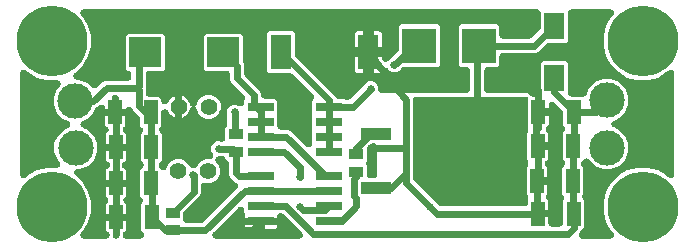
<source format=gbr>
G04 EAGLE Gerber RS-274X export*
G75*
%MOMM*%
%FSLAX34Y34*%
%LPD*%
%INTop Copper*%
%IPPOS*%
%AMOC8*
5,1,8,0,0,1.08239X$1,22.5*%
G01*
%ADD10R,1.200000X2.000000*%
%ADD11R,1.800000X3.000000*%
%ADD12R,1.700000X2.250000*%
%ADD13R,2.850000X3.000000*%
%ADD14C,1.422400*%
%ADD15R,2.200000X0.800000*%
%ADD16R,1.200000X0.900000*%
%ADD17R,2.700000X2.500000*%
%ADD18R,2.600000X1.060000*%
%ADD19R,5.700000X5.632000*%
%ADD20C,0.609600*%
%ADD21C,0.650000*%
%ADD22C,3.000000*%
%ADD23C,6.000000*%

G36*
X134405Y70915D02*
X134405Y70915D01*
X134471Y70912D01*
X134651Y70931D01*
X134831Y70942D01*
X134896Y70957D01*
X134962Y70964D01*
X135136Y71012D01*
X135312Y71052D01*
X135373Y71077D01*
X135438Y71095D01*
X135602Y71170D01*
X135769Y71238D01*
X135825Y71272D01*
X135886Y71300D01*
X136036Y71401D01*
X136190Y71495D01*
X136240Y71539D01*
X136295Y71576D01*
X136427Y71699D01*
X136564Y71817D01*
X136606Y71868D01*
X136655Y71913D01*
X136765Y72057D01*
X136881Y72195D01*
X136906Y72241D01*
X136955Y72305D01*
X137188Y72740D01*
X137199Y72771D01*
X137210Y72792D01*
X138427Y75728D01*
X141272Y78573D01*
X144988Y80113D01*
X149012Y80113D01*
X152728Y78573D01*
X155573Y75728D01*
X155924Y74882D01*
X156024Y74687D01*
X156119Y74491D01*
X156136Y74468D01*
X156149Y74443D01*
X156279Y74267D01*
X156405Y74089D01*
X156425Y74069D01*
X156442Y74046D01*
X156598Y73893D01*
X156752Y73738D01*
X156775Y73721D01*
X156795Y73701D01*
X156974Y73576D01*
X157150Y73448D01*
X157176Y73435D01*
X157199Y73418D01*
X157396Y73324D01*
X157591Y73225D01*
X157618Y73217D01*
X157644Y73204D01*
X157853Y73143D01*
X158061Y73077D01*
X158085Y73074D01*
X158117Y73065D01*
X158606Y73004D01*
X158687Y73007D01*
X158739Y73001D01*
X160661Y73001D01*
X160879Y73018D01*
X161097Y73032D01*
X161124Y73038D01*
X161153Y73041D01*
X161365Y73093D01*
X161577Y73142D01*
X161604Y73153D01*
X161631Y73159D01*
X161832Y73246D01*
X162034Y73328D01*
X162059Y73343D01*
X162085Y73354D01*
X162269Y73471D01*
X162455Y73585D01*
X162477Y73604D01*
X162501Y73619D01*
X162663Y73764D01*
X162829Y73907D01*
X162848Y73929D01*
X162869Y73948D01*
X163006Y74117D01*
X163146Y74285D01*
X163158Y74305D01*
X163179Y74332D01*
X163423Y74760D01*
X163451Y74836D01*
X163476Y74882D01*
X163827Y75728D01*
X166672Y78573D01*
X170388Y80113D01*
X173691Y80113D01*
X173729Y80116D01*
X173767Y80114D01*
X173975Y80136D01*
X174182Y80153D01*
X174219Y80162D01*
X174257Y80166D01*
X174459Y80221D01*
X174661Y80271D01*
X174696Y80286D01*
X174733Y80297D01*
X174923Y80384D01*
X175115Y80466D01*
X175147Y80486D01*
X175182Y80502D01*
X175355Y80619D01*
X175531Y80731D01*
X175559Y80756D01*
X175591Y80778D01*
X175743Y80921D01*
X175899Y81060D01*
X175923Y81089D01*
X175950Y81116D01*
X176078Y81282D01*
X176209Y81444D01*
X176227Y81477D01*
X176251Y81507D01*
X176350Y81691D01*
X176453Y81872D01*
X176466Y81908D01*
X176484Y81942D01*
X176551Y82139D01*
X176624Y82335D01*
X176631Y82372D01*
X176644Y82408D01*
X176679Y82614D01*
X176719Y82819D01*
X176720Y82857D01*
X176726Y82895D01*
X176728Y83104D01*
X176734Y83312D01*
X176729Y83350D01*
X176729Y83388D01*
X176697Y83594D01*
X176670Y83801D01*
X176659Y83838D01*
X176653Y83875D01*
X176588Y84073D01*
X176527Y84273D01*
X176510Y84308D01*
X176499Y84344D01*
X176402Y84529D01*
X176310Y84717D01*
X176288Y84748D01*
X176271Y84782D01*
X176213Y84854D01*
X176025Y85119D01*
X175904Y85241D01*
X175845Y85315D01*
X175751Y85409D01*
X174799Y87707D01*
X174799Y90193D01*
X175751Y92491D01*
X177509Y94249D01*
X179807Y95201D01*
X182311Y95201D01*
X182465Y95152D01*
X182691Y95079D01*
X182700Y95078D01*
X182709Y95075D01*
X182750Y95071D01*
X183178Y95006D01*
X183309Y95008D01*
X183387Y94999D01*
X183852Y94999D01*
X183928Y95005D01*
X184004Y95003D01*
X184173Y95025D01*
X184344Y95039D01*
X184418Y95057D01*
X184493Y95067D01*
X184657Y95116D01*
X184823Y95157D01*
X184892Y95187D01*
X184966Y95209D01*
X185119Y95285D01*
X185276Y95352D01*
X185340Y95393D01*
X185409Y95426D01*
X185548Y95525D01*
X185692Y95617D01*
X185749Y95668D01*
X185811Y95712D01*
X185932Y95832D01*
X186060Y95946D01*
X186108Y96005D01*
X186162Y96059D01*
X186263Y96197D01*
X186370Y96330D01*
X186407Y96396D01*
X186452Y96457D01*
X186529Y96610D01*
X186614Y96758D01*
X186640Y96830D01*
X186675Y96898D01*
X186726Y97061D01*
X186785Y97221D01*
X186800Y97296D01*
X186823Y97368D01*
X186835Y97473D01*
X186880Y97705D01*
X186887Y97941D01*
X186899Y98046D01*
X186899Y106943D01*
X187709Y107752D01*
X187783Y107839D01*
X187864Y107920D01*
X187942Y108027D01*
X188028Y108128D01*
X188087Y108226D01*
X188154Y108318D01*
X188214Y108437D01*
X188283Y108551D01*
X188325Y108657D01*
X188377Y108759D01*
X188417Y108886D01*
X188466Y109009D01*
X188491Y109120D01*
X188525Y109229D01*
X188535Y109323D01*
X188573Y109491D01*
X188591Y109815D01*
X188601Y109907D01*
X188601Y117613D01*
X188600Y117623D01*
X188601Y117632D01*
X188581Y117868D01*
X188561Y118105D01*
X188559Y118114D01*
X188558Y118124D01*
X188547Y118162D01*
X188443Y118583D01*
X188399Y118684D01*
X188399Y120997D01*
X188388Y121139D01*
X188386Y121247D01*
X188556Y121583D01*
X188575Y121618D01*
X189351Y123491D01*
X191109Y125249D01*
X193407Y126201D01*
X195893Y126201D01*
X198586Y125085D01*
X198757Y125030D01*
X198927Y124967D01*
X198992Y124955D01*
X199055Y124934D01*
X199234Y124907D01*
X199411Y124873D01*
X199477Y124871D01*
X199543Y124861D01*
X199724Y124863D01*
X199904Y124857D01*
X199970Y124866D01*
X200037Y124867D01*
X200214Y124898D01*
X200393Y124922D01*
X200457Y124941D01*
X200522Y124952D01*
X200693Y125012D01*
X200866Y125064D01*
X200925Y125093D01*
X200988Y125115D01*
X201146Y125202D01*
X201309Y125281D01*
X201363Y125320D01*
X201421Y125351D01*
X201564Y125462D01*
X201711Y125567D01*
X201758Y125613D01*
X201811Y125654D01*
X201934Y125787D01*
X202062Y125913D01*
X202101Y125967D01*
X202146Y126016D01*
X202246Y126166D01*
X202352Y126312D01*
X202382Y126371D01*
X202419Y126427D01*
X202493Y126591D01*
X202575Y126752D01*
X202595Y126816D01*
X202622Y126877D01*
X202669Y127050D01*
X202723Y127223D01*
X202729Y127276D01*
X202750Y127353D01*
X202799Y127844D01*
X202797Y127877D01*
X202799Y127901D01*
X202799Y129793D01*
X202871Y129865D01*
X202921Y129923D01*
X202976Y129975D01*
X203080Y130111D01*
X203191Y130241D01*
X203230Y130306D01*
X203276Y130367D01*
X203357Y130517D01*
X203445Y130663D01*
X203474Y130734D01*
X203510Y130801D01*
X203565Y130963D01*
X203628Y131122D01*
X203645Y131196D01*
X203670Y131268D01*
X203698Y131437D01*
X203735Y131603D01*
X203740Y131679D01*
X203752Y131754D01*
X203753Y131925D01*
X203763Y132096D01*
X203755Y132172D01*
X203755Y132248D01*
X203729Y132416D01*
X203711Y132586D01*
X203691Y132660D01*
X203679Y132735D01*
X203625Y132897D01*
X203580Y133062D01*
X203548Y133131D01*
X203524Y133204D01*
X203445Y133356D01*
X203374Y133510D01*
X203332Y133573D01*
X203297Y133641D01*
X203231Y133724D01*
X203099Y133920D01*
X202937Y134092D01*
X202871Y134174D01*
X191472Y145574D01*
X190551Y147797D01*
X190551Y152152D01*
X190545Y152228D01*
X190547Y152304D01*
X190525Y152473D01*
X190511Y152644D01*
X190493Y152718D01*
X190483Y152793D01*
X190434Y152957D01*
X190393Y153123D01*
X190363Y153192D01*
X190341Y153266D01*
X190265Y153419D01*
X190198Y153576D01*
X190157Y153640D01*
X190124Y153709D01*
X190025Y153848D01*
X189933Y153992D01*
X189882Y154049D01*
X189838Y154111D01*
X189718Y154232D01*
X189604Y154360D01*
X189545Y154408D01*
X189491Y154462D01*
X189353Y154563D01*
X189220Y154670D01*
X189154Y154707D01*
X189093Y154752D01*
X188940Y154829D01*
X188792Y154914D01*
X188720Y154940D01*
X188652Y154975D01*
X188489Y155026D01*
X188329Y155085D01*
X188254Y155100D01*
X188182Y155123D01*
X188077Y155135D01*
X187845Y155180D01*
X187609Y155187D01*
X187504Y155199D01*
X170357Y155199D01*
X168599Y156957D01*
X168599Y184443D01*
X170357Y186201D01*
X199843Y186201D01*
X201601Y184443D01*
X201601Y163539D01*
X201602Y163530D01*
X201601Y163520D01*
X201621Y163285D01*
X201641Y163048D01*
X201643Y163038D01*
X201644Y163029D01*
X201655Y162990D01*
X201759Y162569D01*
X201811Y162449D01*
X201833Y162373D01*
X202649Y160403D01*
X202649Y152768D01*
X202658Y152654D01*
X202657Y152540D01*
X202678Y152408D01*
X202689Y152276D01*
X202716Y152165D01*
X202734Y152052D01*
X202775Y151926D01*
X202807Y151797D01*
X202852Y151692D01*
X202888Y151584D01*
X202950Y151466D01*
X203002Y151344D01*
X203063Y151248D01*
X203116Y151146D01*
X203175Y151073D01*
X203267Y150928D01*
X203483Y150685D01*
X203541Y150613D01*
X216128Y138026D01*
X217049Y135803D01*
X217049Y134598D01*
X217055Y134522D01*
X217053Y134446D01*
X217075Y134277D01*
X217089Y134106D01*
X217107Y134032D01*
X217117Y133957D01*
X217166Y133793D01*
X217207Y133627D01*
X217237Y133558D01*
X217259Y133484D01*
X217335Y133331D01*
X217402Y133174D01*
X217443Y133110D01*
X217476Y133041D01*
X217575Y132902D01*
X217667Y132758D01*
X217718Y132701D01*
X217762Y132639D01*
X217882Y132518D01*
X217996Y132390D01*
X218055Y132342D01*
X218109Y132288D01*
X218247Y132187D01*
X218380Y132080D01*
X218446Y132043D01*
X218507Y131998D01*
X218660Y131921D01*
X218808Y131836D01*
X218880Y131810D01*
X218948Y131775D01*
X219111Y131724D01*
X219271Y131665D01*
X219346Y131650D01*
X219418Y131627D01*
X219523Y131615D01*
X219755Y131570D01*
X219991Y131563D01*
X220096Y131551D01*
X229043Y131551D01*
X230801Y129793D01*
X230801Y108246D01*
X230807Y108170D01*
X230805Y108094D01*
X230827Y107925D01*
X230841Y107754D01*
X230859Y107680D01*
X230869Y107605D01*
X230918Y107441D01*
X230959Y107275D01*
X230989Y107206D01*
X231011Y107132D01*
X231087Y106979D01*
X231154Y106822D01*
X231195Y106758D01*
X231228Y106689D01*
X231327Y106550D01*
X231419Y106406D01*
X231470Y106349D01*
X231514Y106287D01*
X231634Y106166D01*
X231748Y106038D01*
X231807Y105990D01*
X231861Y105936D01*
X231999Y105835D01*
X232132Y105728D01*
X232198Y105691D01*
X232259Y105646D01*
X232412Y105569D01*
X232560Y105484D01*
X232632Y105458D01*
X232700Y105423D01*
X232863Y105372D01*
X233023Y105313D01*
X233098Y105298D01*
X233170Y105275D01*
X233275Y105263D01*
X233507Y105218D01*
X233743Y105211D01*
X233848Y105199D01*
X239503Y105199D01*
X241726Y104278D01*
X254997Y91007D01*
X255026Y90982D01*
X255052Y90954D01*
X255214Y90823D01*
X255373Y90687D01*
X255406Y90668D01*
X255436Y90644D01*
X255616Y90541D01*
X255796Y90433D01*
X255831Y90419D01*
X255864Y90400D01*
X256060Y90327D01*
X256254Y90250D01*
X256291Y90242D01*
X256327Y90228D01*
X256532Y90188D01*
X256736Y90143D01*
X256774Y90141D01*
X256811Y90134D01*
X257019Y90127D01*
X257228Y90115D01*
X257266Y90119D01*
X257304Y90118D01*
X257511Y90145D01*
X257719Y90168D01*
X257755Y90178D01*
X257793Y90183D01*
X257993Y90243D01*
X258194Y90298D01*
X258229Y90314D01*
X258266Y90325D01*
X258453Y90417D01*
X258643Y90504D01*
X258675Y90525D01*
X258709Y90542D01*
X258878Y90662D01*
X259052Y90779D01*
X259080Y90805D01*
X259111Y90827D01*
X259259Y90974D01*
X259412Y91117D01*
X259435Y91147D01*
X259462Y91174D01*
X259585Y91343D01*
X259712Y91509D01*
X259730Y91542D01*
X259752Y91573D01*
X259846Y91759D01*
X259945Y91943D01*
X259958Y91979D01*
X259975Y92013D01*
X260037Y92212D01*
X260105Y92410D01*
X260111Y92447D01*
X260123Y92484D01*
X260133Y92576D01*
X260188Y92896D01*
X260189Y93068D01*
X260199Y93162D01*
X260199Y129793D01*
X261071Y130665D01*
X261121Y130723D01*
X261176Y130775D01*
X261280Y130911D01*
X261391Y131041D01*
X261430Y131106D01*
X261476Y131167D01*
X261557Y131317D01*
X261645Y131463D01*
X261674Y131534D01*
X261710Y131601D01*
X261765Y131763D01*
X261828Y131922D01*
X261845Y131996D01*
X261870Y132068D01*
X261898Y132237D01*
X261935Y132403D01*
X261940Y132479D01*
X261952Y132554D01*
X261953Y132725D01*
X261963Y132896D01*
X261955Y132972D01*
X261955Y133048D01*
X261929Y133217D01*
X261911Y133386D01*
X261891Y133460D01*
X261879Y133535D01*
X261825Y133698D01*
X261780Y133862D01*
X261748Y133931D01*
X261724Y134004D01*
X261645Y134155D01*
X261574Y134310D01*
X261532Y134374D01*
X261497Y134441D01*
X261431Y134524D01*
X261299Y134720D01*
X261137Y134892D01*
X261071Y134974D01*
X244139Y151907D01*
X244052Y151981D01*
X243972Y152062D01*
X243864Y152140D01*
X243763Y152226D01*
X243665Y152285D01*
X243573Y152352D01*
X243455Y152412D01*
X243341Y152481D01*
X243234Y152523D01*
X243133Y152575D01*
X243006Y152615D01*
X242882Y152664D01*
X242771Y152689D01*
X242662Y152723D01*
X242569Y152733D01*
X242401Y152771D01*
X242077Y152789D01*
X241984Y152799D01*
X223557Y152799D01*
X221799Y154557D01*
X221799Y187043D01*
X223557Y188801D01*
X244043Y188801D01*
X245801Y187043D01*
X245801Y168616D01*
X245810Y168502D01*
X245809Y168388D01*
X245830Y168256D01*
X245841Y168124D01*
X245868Y168013D01*
X245886Y167900D01*
X245927Y167774D01*
X245959Y167645D01*
X246004Y167540D01*
X246040Y167432D01*
X246102Y167314D01*
X246154Y167192D01*
X246215Y167096D01*
X246268Y166994D01*
X246327Y166921D01*
X246419Y166776D01*
X246635Y166533D01*
X246693Y166461D01*
X279328Y133826D01*
X279491Y133432D01*
X279591Y133237D01*
X279687Y133041D01*
X279703Y133018D01*
X279716Y132993D01*
X279846Y132817D01*
X279972Y132639D01*
X279992Y132619D01*
X280009Y132596D01*
X280166Y132443D01*
X280319Y132288D01*
X280342Y132271D01*
X280362Y132251D01*
X280541Y132126D01*
X280718Y131998D01*
X280743Y131985D01*
X280767Y131969D01*
X280963Y131874D01*
X281158Y131775D01*
X281185Y131767D01*
X281211Y131754D01*
X281420Y131693D01*
X281629Y131627D01*
X281652Y131624D01*
X281684Y131615D01*
X282174Y131554D01*
X282254Y131557D01*
X282307Y131551D01*
X286443Y131551D01*
X286502Y131491D01*
X286589Y131417D01*
X286670Y131336D01*
X286777Y131258D01*
X286878Y131172D01*
X286976Y131113D01*
X287068Y131046D01*
X287187Y130986D01*
X287301Y130917D01*
X287407Y130875D01*
X287509Y130823D01*
X287636Y130783D01*
X287759Y130734D01*
X287870Y130709D01*
X287979Y130675D01*
X288073Y130665D01*
X288241Y130627D01*
X288565Y130609D01*
X288657Y130599D01*
X290782Y130599D01*
X290896Y130608D01*
X291010Y130607D01*
X291142Y130628D01*
X291274Y130639D01*
X291385Y130666D01*
X291498Y130684D01*
X291624Y130725D01*
X291753Y130757D01*
X291858Y130802D01*
X291966Y130838D01*
X292084Y130900D01*
X292206Y130952D01*
X292302Y131013D01*
X292404Y131066D01*
X292477Y131125D01*
X292622Y131217D01*
X292865Y131433D01*
X292937Y131491D01*
X304070Y142624D01*
X304077Y142632D01*
X304084Y142638D01*
X304237Y142820D01*
X304390Y143000D01*
X304395Y143009D01*
X304401Y143016D01*
X304420Y143051D01*
X304644Y143423D01*
X304685Y143525D01*
X306459Y145299D01*
X308757Y146251D01*
X311243Y146251D01*
X313541Y145299D01*
X315299Y143541D01*
X316251Y141243D01*
X316251Y139172D01*
X316257Y139096D01*
X316255Y139020D01*
X316277Y138851D01*
X316291Y138680D01*
X316309Y138606D01*
X316319Y138531D01*
X316368Y138367D01*
X316409Y138201D01*
X316439Y138132D01*
X316461Y138058D01*
X316537Y137905D01*
X316604Y137748D01*
X316645Y137684D01*
X316678Y137615D01*
X316777Y137476D01*
X316869Y137332D01*
X316920Y137275D01*
X316964Y137213D01*
X317084Y137092D01*
X317198Y136964D01*
X317257Y136916D01*
X317311Y136862D01*
X317449Y136761D01*
X317582Y136654D01*
X317648Y136617D01*
X317709Y136572D01*
X317862Y136495D01*
X318010Y136410D01*
X318082Y136384D01*
X318150Y136349D01*
X318313Y136298D01*
X318473Y136239D01*
X318548Y136224D01*
X318620Y136201D01*
X318725Y136189D01*
X318957Y136144D01*
X319193Y136137D01*
X319298Y136125D01*
X390904Y136125D01*
X390980Y136131D01*
X391056Y136129D01*
X391225Y136151D01*
X391396Y136165D01*
X391470Y136183D01*
X391545Y136193D01*
X391709Y136242D01*
X391875Y136283D01*
X391944Y136313D01*
X392018Y136335D01*
X392171Y136411D01*
X392328Y136478D01*
X392392Y136519D01*
X392461Y136552D01*
X392600Y136651D01*
X392744Y136743D01*
X392801Y136794D01*
X392863Y136838D01*
X392984Y136958D01*
X393112Y137072D01*
X393160Y137131D01*
X393214Y137185D01*
X393315Y137323D01*
X393422Y137456D01*
X393459Y137522D01*
X393504Y137583D01*
X393581Y137736D01*
X393666Y137884D01*
X393692Y137956D01*
X393727Y138024D01*
X393778Y138187D01*
X393837Y138347D01*
X393852Y138422D01*
X393875Y138494D01*
X393887Y138599D01*
X393932Y138831D01*
X393939Y139067D01*
X393951Y139172D01*
X393951Y155252D01*
X393945Y155328D01*
X393947Y155404D01*
X393925Y155573D01*
X393911Y155744D01*
X393893Y155818D01*
X393883Y155893D01*
X393834Y156057D01*
X393793Y156223D01*
X393763Y156292D01*
X393741Y156366D01*
X393665Y156519D01*
X393598Y156676D01*
X393557Y156740D01*
X393524Y156809D01*
X393425Y156948D01*
X393333Y157092D01*
X393282Y157149D01*
X393238Y157211D01*
X393118Y157332D01*
X393004Y157460D01*
X392945Y157508D01*
X392891Y157562D01*
X392753Y157663D01*
X392620Y157770D01*
X392554Y157807D01*
X392493Y157852D01*
X392340Y157929D01*
X392192Y158014D01*
X392120Y158040D01*
X392052Y158075D01*
X391889Y158126D01*
X391729Y158185D01*
X391654Y158200D01*
X391582Y158223D01*
X391477Y158235D01*
X391245Y158280D01*
X391009Y158287D01*
X390904Y158299D01*
X386057Y158299D01*
X384299Y160057D01*
X384299Y192543D01*
X386057Y194301D01*
X417043Y194301D01*
X418801Y192543D01*
X418801Y185396D01*
X418807Y185320D01*
X418805Y185244D01*
X418827Y185075D01*
X418841Y184904D01*
X418859Y184830D01*
X418869Y184755D01*
X418918Y184591D01*
X418959Y184425D01*
X418989Y184356D01*
X419011Y184282D01*
X419087Y184129D01*
X419154Y183972D01*
X419195Y183908D01*
X419228Y183839D01*
X419327Y183700D01*
X419419Y183556D01*
X419470Y183499D01*
X419514Y183437D01*
X419634Y183316D01*
X419748Y183188D01*
X419807Y183140D01*
X419861Y183086D01*
X419999Y182985D01*
X420132Y182878D01*
X420198Y182841D01*
X420259Y182796D01*
X420412Y182719D01*
X420560Y182634D01*
X420632Y182608D01*
X420700Y182573D01*
X420863Y182522D01*
X421023Y182463D01*
X421098Y182448D01*
X421170Y182425D01*
X421275Y182413D01*
X421507Y182368D01*
X421743Y182361D01*
X421848Y182349D01*
X444582Y182349D01*
X444696Y182358D01*
X444810Y182357D01*
X444942Y182378D01*
X445074Y182389D01*
X445185Y182416D01*
X445298Y182434D01*
X445424Y182475D01*
X445553Y182507D01*
X445658Y182552D01*
X445766Y182588D01*
X445884Y182650D01*
X446006Y182702D01*
X446102Y182763D01*
X446204Y182816D01*
X446277Y182875D01*
X446422Y182967D01*
X446665Y183183D01*
X446737Y183241D01*
X452807Y189311D01*
X452881Y189398D01*
X452962Y189478D01*
X453040Y189586D01*
X453126Y189687D01*
X453185Y189785D01*
X453252Y189877D01*
X453312Y189995D01*
X453381Y190109D01*
X453423Y190216D01*
X453475Y190317D01*
X453515Y190444D01*
X453564Y190568D01*
X453589Y190679D01*
X453623Y190788D01*
X453633Y190881D01*
X453671Y191049D01*
X453689Y191373D01*
X453699Y191466D01*
X453699Y203952D01*
X453693Y204028D01*
X453695Y204104D01*
X453673Y204273D01*
X453659Y204444D01*
X453641Y204518D01*
X453631Y204593D01*
X453582Y204757D01*
X453541Y204923D01*
X453511Y204992D01*
X453489Y205066D01*
X453413Y205219D01*
X453346Y205376D01*
X453305Y205440D01*
X453272Y205509D01*
X453173Y205648D01*
X453081Y205792D01*
X453030Y205849D01*
X452986Y205911D01*
X452866Y206032D01*
X452752Y206160D01*
X452693Y206208D01*
X452639Y206262D01*
X452501Y206363D01*
X452368Y206470D01*
X452302Y206507D01*
X452241Y206552D01*
X452088Y206629D01*
X451940Y206714D01*
X451868Y206740D01*
X451800Y206775D01*
X451637Y206826D01*
X451477Y206885D01*
X451402Y206900D01*
X451330Y206923D01*
X451225Y206935D01*
X450993Y206980D01*
X450757Y206987D01*
X450652Y206999D01*
X67028Y206999D01*
X66990Y206996D01*
X66951Y206998D01*
X66744Y206976D01*
X66536Y206959D01*
X66499Y206950D01*
X66461Y206946D01*
X66259Y206891D01*
X66057Y206841D01*
X66022Y206826D01*
X65985Y206815D01*
X65795Y206728D01*
X65604Y206646D01*
X65571Y206626D01*
X65537Y206610D01*
X65363Y206493D01*
X65188Y206381D01*
X65159Y206356D01*
X65127Y206334D01*
X64975Y206191D01*
X64820Y206052D01*
X64796Y206023D01*
X64768Y205997D01*
X64641Y205831D01*
X64510Y205668D01*
X64491Y205635D01*
X64468Y205605D01*
X64369Y205421D01*
X64266Y205240D01*
X64252Y205204D01*
X64234Y205170D01*
X64167Y204973D01*
X64094Y204777D01*
X64087Y204740D01*
X64074Y204704D01*
X64039Y204497D01*
X63999Y204293D01*
X63998Y204255D01*
X63992Y204217D01*
X63991Y204008D01*
X63984Y203800D01*
X63989Y203762D01*
X63989Y203724D01*
X64021Y203517D01*
X64048Y203311D01*
X64059Y203274D01*
X64065Y203237D01*
X64131Y203038D01*
X64191Y202839D01*
X64208Y202804D01*
X64220Y202768D01*
X64316Y202583D01*
X64408Y202395D01*
X64430Y202364D01*
X64448Y202330D01*
X64506Y202258D01*
X64693Y201993D01*
X64814Y201871D01*
X64873Y201797D01*
X66407Y200263D01*
X70752Y192738D01*
X73001Y184345D01*
X73001Y175655D01*
X70752Y167262D01*
X66407Y159737D01*
X60263Y153593D01*
X59560Y153187D01*
X59404Y153079D01*
X59244Y152977D01*
X59201Y152939D01*
X59154Y152907D01*
X59017Y152775D01*
X58876Y152648D01*
X58840Y152604D01*
X58799Y152564D01*
X58685Y152412D01*
X58566Y152264D01*
X58538Y152215D01*
X58503Y152169D01*
X58415Y152000D01*
X58322Y151836D01*
X58302Y151782D01*
X58276Y151732D01*
X58216Y151551D01*
X58150Y151373D01*
X58139Y151317D01*
X58121Y151263D01*
X58092Y151076D01*
X58055Y150889D01*
X58054Y150832D01*
X58045Y150776D01*
X58046Y150585D01*
X58040Y150396D01*
X58048Y150339D01*
X58048Y150282D01*
X58080Y150095D01*
X58105Y149907D01*
X58121Y149852D01*
X58131Y149796D01*
X58192Y149617D01*
X58247Y149434D01*
X58272Y149383D01*
X58291Y149329D01*
X58380Y149162D01*
X58464Y148991D01*
X58497Y148945D01*
X58524Y148895D01*
X58639Y148744D01*
X58749Y148589D01*
X58789Y148549D01*
X58824Y148503D01*
X58963Y148373D01*
X59096Y148238D01*
X59142Y148205D01*
X59184Y148165D01*
X59341Y148059D01*
X59495Y147948D01*
X59546Y147922D01*
X59593Y147890D01*
X59766Y147811D01*
X59935Y147725D01*
X59990Y147708D01*
X60042Y147684D01*
X60225Y147634D01*
X60406Y147577D01*
X60451Y147572D01*
X60517Y147554D01*
X61008Y147502D01*
X61053Y147504D01*
X61084Y147501D01*
X63281Y147501D01*
X69897Y144760D01*
X73697Y140960D01*
X73755Y140911D01*
X73807Y140855D01*
X73942Y140752D01*
X74073Y140641D01*
X74138Y140601D01*
X74198Y140555D01*
X74349Y140474D01*
X74495Y140386D01*
X74566Y140358D01*
X74633Y140322D01*
X74795Y140266D01*
X74953Y140203D01*
X75027Y140187D01*
X75100Y140162D01*
X75268Y140133D01*
X75435Y140096D01*
X75511Y140092D01*
X75586Y140079D01*
X75757Y140078D01*
X75927Y140069D01*
X76003Y140077D01*
X76079Y140076D01*
X76248Y140103D01*
X76418Y140121D01*
X76491Y140141D01*
X76567Y140153D01*
X76729Y140206D01*
X76894Y140252D01*
X76963Y140283D01*
X77035Y140307D01*
X77187Y140386D01*
X77342Y140457D01*
X77405Y140500D01*
X77473Y140535D01*
X77555Y140601D01*
X77751Y140733D01*
X77924Y140895D01*
X78006Y140960D01*
X82774Y145728D01*
X84997Y146649D01*
X104204Y146649D01*
X104280Y146655D01*
X104356Y146653D01*
X104525Y146675D01*
X104696Y146689D01*
X104770Y146707D01*
X104845Y146717D01*
X105009Y146766D01*
X105175Y146807D01*
X105244Y146837D01*
X105318Y146859D01*
X105471Y146935D01*
X105628Y147002D01*
X105692Y147043D01*
X105761Y147076D01*
X105900Y147175D01*
X106044Y147267D01*
X106101Y147318D01*
X106163Y147362D01*
X106284Y147482D01*
X106412Y147596D01*
X106460Y147655D01*
X106514Y147709D01*
X106615Y147847D01*
X106722Y147980D01*
X106759Y148046D01*
X106804Y148107D01*
X106881Y148260D01*
X106966Y148408D01*
X106992Y148480D01*
X107027Y148548D01*
X107078Y148711D01*
X107137Y148871D01*
X107152Y148946D01*
X107175Y149018D01*
X107187Y149123D01*
X107232Y149355D01*
X107239Y149591D01*
X107251Y149696D01*
X107251Y152152D01*
X107245Y152228D01*
X107247Y152304D01*
X107225Y152473D01*
X107211Y152644D01*
X107193Y152718D01*
X107183Y152793D01*
X107134Y152957D01*
X107093Y153123D01*
X107063Y153192D01*
X107041Y153266D01*
X106965Y153419D01*
X106898Y153576D01*
X106857Y153640D01*
X106824Y153709D01*
X106725Y153848D01*
X106633Y153992D01*
X106582Y154049D01*
X106538Y154111D01*
X106418Y154232D01*
X106304Y154360D01*
X106245Y154408D01*
X106191Y154462D01*
X106053Y154563D01*
X105920Y154670D01*
X105854Y154707D01*
X105793Y154752D01*
X105640Y154829D01*
X105492Y154914D01*
X105420Y154940D01*
X105352Y154975D01*
X105189Y155026D01*
X105029Y155085D01*
X104954Y155100D01*
X104882Y155123D01*
X104777Y155135D01*
X104545Y155180D01*
X104371Y155186D01*
X102599Y156957D01*
X102599Y184443D01*
X104357Y186201D01*
X133843Y186201D01*
X135601Y184443D01*
X135601Y156957D01*
X133843Y155199D01*
X122396Y155199D01*
X122320Y155193D01*
X122244Y155195D01*
X122075Y155173D01*
X121904Y155159D01*
X121830Y155141D01*
X121755Y155131D01*
X121591Y155082D01*
X121425Y155041D01*
X121356Y155011D01*
X121282Y154989D01*
X121129Y154913D01*
X120972Y154846D01*
X120908Y154805D01*
X120839Y154772D01*
X120700Y154673D01*
X120556Y154581D01*
X120499Y154530D01*
X120437Y154486D01*
X120316Y154366D01*
X120188Y154252D01*
X120140Y154193D01*
X120086Y154139D01*
X119985Y154001D01*
X119878Y153868D01*
X119841Y153802D01*
X119796Y153741D01*
X119719Y153588D01*
X119634Y153440D01*
X119608Y153368D01*
X119573Y153300D01*
X119522Y153137D01*
X119463Y152977D01*
X119448Y152902D01*
X119425Y152830D01*
X119413Y152725D01*
X119368Y152493D01*
X119361Y152257D01*
X119349Y152152D01*
X119349Y141051D01*
X119350Y141041D01*
X119349Y141031D01*
X119370Y140795D01*
X119389Y140559D01*
X119391Y140550D01*
X119392Y140540D01*
X119403Y140501D01*
X119449Y140317D01*
X119449Y135948D01*
X119455Y135872D01*
X119453Y135796D01*
X119475Y135627D01*
X119489Y135456D01*
X119507Y135382D01*
X119517Y135307D01*
X119566Y135143D01*
X119607Y134977D01*
X119637Y134908D01*
X119659Y134834D01*
X119735Y134681D01*
X119802Y134524D01*
X119843Y134460D01*
X119876Y134391D01*
X119975Y134252D01*
X120067Y134108D01*
X120118Y134051D01*
X120162Y133989D01*
X120282Y133868D01*
X120396Y133740D01*
X120455Y133692D01*
X120509Y133638D01*
X120647Y133537D01*
X120780Y133430D01*
X120846Y133393D01*
X120907Y133348D01*
X121060Y133271D01*
X121208Y133186D01*
X121280Y133160D01*
X121348Y133125D01*
X121511Y133074D01*
X121671Y133015D01*
X121746Y133000D01*
X121818Y132977D01*
X121923Y132965D01*
X122155Y132920D01*
X122391Y132913D01*
X122496Y132901D01*
X130743Y132901D01*
X132501Y131143D01*
X132501Y129706D01*
X132503Y129683D01*
X132501Y129660D01*
X132523Y129437D01*
X132541Y129214D01*
X132546Y129192D01*
X132548Y129169D01*
X132605Y128953D01*
X132659Y128735D01*
X132668Y128714D01*
X132674Y128692D01*
X132766Y128487D01*
X132854Y128282D01*
X132866Y128263D01*
X132876Y128242D01*
X132999Y128054D01*
X133119Y127866D01*
X133134Y127849D01*
X133147Y127830D01*
X133299Y127664D01*
X133448Y127498D01*
X133466Y127484D01*
X133481Y127467D01*
X133658Y127328D01*
X133832Y127188D01*
X133851Y127177D01*
X133869Y127162D01*
X134066Y127054D01*
X134260Y126944D01*
X134282Y126936D01*
X134302Y126925D01*
X134513Y126850D01*
X134723Y126772D01*
X134745Y126768D01*
X134767Y126760D01*
X134987Y126721D01*
X135207Y126678D01*
X135230Y126677D01*
X135252Y126673D01*
X135477Y126669D01*
X135700Y126662D01*
X135723Y126665D01*
X135746Y126665D01*
X135968Y126698D01*
X136189Y126727D01*
X136211Y126733D01*
X136234Y126737D01*
X136446Y126804D01*
X136661Y126869D01*
X136682Y126879D01*
X136704Y126886D01*
X136903Y126988D01*
X137105Y127086D01*
X137123Y127099D01*
X137144Y127110D01*
X137324Y127242D01*
X137507Y127372D01*
X137523Y127388D01*
X137542Y127401D01*
X137698Y127561D01*
X137858Y127718D01*
X137871Y127737D01*
X137887Y127753D01*
X137928Y127814D01*
X138148Y128117D01*
X138216Y128250D01*
X138263Y128322D01*
X138944Y129659D01*
X139837Y130888D01*
X140912Y131963D01*
X142141Y132856D01*
X143495Y133546D01*
X144153Y133759D01*
X144153Y124600D01*
X144153Y115441D01*
X143495Y115654D01*
X142141Y116344D01*
X140912Y117237D01*
X139837Y118312D01*
X138944Y119541D01*
X138263Y120878D01*
X138251Y120897D01*
X138242Y120918D01*
X138122Y121106D01*
X138004Y121298D01*
X137989Y121315D01*
X137977Y121334D01*
X137828Y121501D01*
X137681Y121670D01*
X137664Y121685D01*
X137648Y121702D01*
X137474Y121843D01*
X137302Y121986D01*
X137282Y121998D01*
X137264Y122012D01*
X137070Y122122D01*
X136877Y122236D01*
X136856Y122245D01*
X136836Y122256D01*
X136625Y122334D01*
X136417Y122415D01*
X136395Y122420D01*
X136373Y122428D01*
X136154Y122471D01*
X135934Y122517D01*
X135911Y122518D01*
X135889Y122522D01*
X135667Y122529D01*
X135442Y122540D01*
X135419Y122537D01*
X135396Y122538D01*
X135175Y122509D01*
X134952Y122483D01*
X134930Y122476D01*
X134907Y122473D01*
X134692Y122409D01*
X134477Y122347D01*
X134456Y122337D01*
X134434Y122331D01*
X134234Y122232D01*
X134031Y122137D01*
X134012Y122124D01*
X133991Y122114D01*
X133809Y121985D01*
X133624Y121858D01*
X133608Y121842D01*
X133589Y121828D01*
X133430Y121671D01*
X133268Y121516D01*
X133254Y121498D01*
X133238Y121482D01*
X133107Y121301D01*
X132972Y121122D01*
X132961Y121101D01*
X132948Y121083D01*
X132847Y120884D01*
X132743Y120685D01*
X132736Y120663D01*
X132725Y120643D01*
X132658Y120429D01*
X132588Y120216D01*
X132584Y120194D01*
X132577Y120172D01*
X132569Y120099D01*
X132510Y119729D01*
X132510Y119580D01*
X132501Y119494D01*
X132501Y108657D01*
X131448Y107605D01*
X131399Y107547D01*
X131344Y107495D01*
X131240Y107359D01*
X131129Y107229D01*
X131090Y107163D01*
X131043Y107103D01*
X130963Y106953D01*
X130874Y106806D01*
X130846Y106736D01*
X130810Y106668D01*
X130755Y106507D01*
X130691Y106348D01*
X130675Y106274D01*
X130650Y106202D01*
X130621Y106033D01*
X130584Y105867D01*
X130580Y105790D01*
X130567Y105715D01*
X130566Y105545D01*
X130557Y105374D01*
X130565Y105298D01*
X130564Y105222D01*
X130591Y105053D01*
X130609Y104883D01*
X130629Y104810D01*
X130641Y104735D01*
X130695Y104572D01*
X130740Y104408D01*
X130771Y104339D01*
X130795Y104266D01*
X130874Y104114D01*
X130945Y103959D01*
X130988Y103896D01*
X131023Y103828D01*
X131089Y103746D01*
X131221Y103550D01*
X131383Y103377D01*
X131448Y103295D01*
X133101Y101643D01*
X133101Y79157D01*
X131148Y77205D01*
X131099Y77147D01*
X131044Y77094D01*
X130940Y76959D01*
X130829Y76829D01*
X130790Y76763D01*
X130743Y76703D01*
X130663Y76553D01*
X130574Y76406D01*
X130546Y76335D01*
X130510Y76268D01*
X130455Y76107D01*
X130391Y75948D01*
X130375Y75874D01*
X130350Y75802D01*
X130321Y75633D01*
X130284Y75466D01*
X130280Y75390D01*
X130267Y75315D01*
X130266Y75144D01*
X130257Y74974D01*
X130265Y74898D01*
X130264Y74822D01*
X130291Y74653D01*
X130309Y74483D01*
X130329Y74410D01*
X130341Y74335D01*
X130395Y74172D01*
X130440Y74008D01*
X130471Y73938D01*
X130495Y73866D01*
X130574Y73715D01*
X130645Y73559D01*
X130688Y73496D01*
X130723Y73428D01*
X130789Y73346D01*
X130921Y73150D01*
X131083Y72978D01*
X131148Y72895D01*
X132240Y71803D01*
X132378Y71687D01*
X132510Y71564D01*
X132566Y71527D01*
X132616Y71484D01*
X132771Y71390D01*
X132921Y71291D01*
X132982Y71264D01*
X133039Y71229D01*
X133207Y71162D01*
X133371Y71088D01*
X133435Y71071D01*
X133497Y71046D01*
X133673Y71007D01*
X133848Y70960D01*
X133914Y70954D01*
X133979Y70939D01*
X134159Y70929D01*
X134338Y70911D01*
X134405Y70915D01*
G37*
G36*
X513010Y13004D02*
X513010Y13004D01*
X513049Y13002D01*
X513256Y13024D01*
X513464Y13041D01*
X513501Y13050D01*
X513539Y13054D01*
X513741Y13109D01*
X513943Y13159D01*
X513978Y13174D01*
X514015Y13185D01*
X514205Y13272D01*
X514396Y13354D01*
X514429Y13374D01*
X514463Y13390D01*
X514637Y13507D01*
X514812Y13619D01*
X514841Y13644D01*
X514873Y13666D01*
X515025Y13809D01*
X515180Y13948D01*
X515204Y13977D01*
X515232Y14003D01*
X515359Y14169D01*
X515490Y14332D01*
X515509Y14365D01*
X515532Y14395D01*
X515631Y14579D01*
X515734Y14760D01*
X515748Y14796D01*
X515766Y14830D01*
X515833Y15027D01*
X515906Y15223D01*
X515913Y15260D01*
X515926Y15296D01*
X515961Y15503D01*
X516001Y15707D01*
X516002Y15745D01*
X516008Y15783D01*
X516009Y15992D01*
X516016Y16200D01*
X516011Y16238D01*
X516011Y16276D01*
X515979Y16483D01*
X515952Y16689D01*
X515941Y16726D01*
X515935Y16763D01*
X515869Y16962D01*
X515809Y17161D01*
X515792Y17196D01*
X515780Y17232D01*
X515684Y17417D01*
X515592Y17605D01*
X515570Y17636D01*
X515552Y17670D01*
X515494Y17742D01*
X515307Y18007D01*
X515186Y18129D01*
X515127Y18203D01*
X513593Y19737D01*
X509248Y27262D01*
X506999Y35655D01*
X506999Y44345D01*
X509248Y52738D01*
X513593Y60263D01*
X519737Y66407D01*
X527262Y70752D01*
X535655Y73001D01*
X544345Y73001D01*
X552738Y70752D01*
X560263Y66407D01*
X561797Y64873D01*
X561826Y64848D01*
X561852Y64820D01*
X562014Y64689D01*
X562173Y64553D01*
X562206Y64534D01*
X562236Y64510D01*
X562417Y64407D01*
X562596Y64299D01*
X562631Y64285D01*
X562664Y64266D01*
X562860Y64193D01*
X563054Y64116D01*
X563091Y64107D01*
X563127Y64094D01*
X563331Y64054D01*
X563535Y64009D01*
X563574Y64007D01*
X563611Y63999D01*
X563819Y63993D01*
X564028Y63981D01*
X564066Y63985D01*
X564104Y63984D01*
X564311Y64011D01*
X564519Y64033D01*
X564555Y64043D01*
X564593Y64048D01*
X564794Y64109D01*
X564994Y64164D01*
X565029Y64180D01*
X565066Y64191D01*
X565253Y64283D01*
X565443Y64370D01*
X565474Y64391D01*
X565509Y64408D01*
X565679Y64529D01*
X565852Y64645D01*
X565880Y64671D01*
X565911Y64693D01*
X566059Y64840D01*
X566212Y64983D01*
X566235Y65013D01*
X566262Y65040D01*
X566385Y65208D01*
X566512Y65374D01*
X566530Y65408D01*
X566552Y65439D01*
X566646Y65625D01*
X566745Y65809D01*
X566757Y65845D01*
X566775Y65879D01*
X566838Y66079D01*
X566905Y66276D01*
X566911Y66313D01*
X566923Y66350D01*
X566933Y66442D01*
X566988Y66762D01*
X566989Y66934D01*
X566999Y67028D01*
X566999Y152972D01*
X566996Y153010D01*
X566998Y153049D01*
X566976Y153256D01*
X566959Y153464D01*
X566950Y153501D01*
X566946Y153539D01*
X566891Y153741D01*
X566841Y153943D01*
X566826Y153978D01*
X566815Y154015D01*
X566728Y154205D01*
X566646Y154396D01*
X566626Y154429D01*
X566610Y154463D01*
X566493Y154637D01*
X566381Y154812D01*
X566356Y154841D01*
X566334Y154873D01*
X566191Y155025D01*
X566052Y155180D01*
X566023Y155204D01*
X565997Y155232D01*
X565831Y155359D01*
X565668Y155490D01*
X565635Y155509D01*
X565605Y155532D01*
X565421Y155631D01*
X565240Y155734D01*
X565204Y155748D01*
X565170Y155766D01*
X564973Y155833D01*
X564777Y155906D01*
X564740Y155913D01*
X564704Y155926D01*
X564497Y155961D01*
X564293Y156001D01*
X564255Y156002D01*
X564217Y156008D01*
X564008Y156009D01*
X563800Y156016D01*
X563762Y156011D01*
X563724Y156011D01*
X563517Y155979D01*
X563311Y155952D01*
X563274Y155941D01*
X563237Y155935D01*
X563038Y155869D01*
X562839Y155809D01*
X562804Y155792D01*
X562768Y155780D01*
X562583Y155684D01*
X562395Y155592D01*
X562364Y155570D01*
X562330Y155552D01*
X562258Y155494D01*
X561993Y155307D01*
X561871Y155186D01*
X561797Y155127D01*
X560263Y153593D01*
X552738Y149248D01*
X544345Y146999D01*
X535655Y146999D01*
X527262Y149248D01*
X519737Y153593D01*
X513593Y159737D01*
X509248Y167262D01*
X506999Y175655D01*
X506999Y184345D01*
X509248Y192738D01*
X513593Y200263D01*
X515127Y201797D01*
X515152Y201826D01*
X515180Y201852D01*
X515311Y202014D01*
X515447Y202173D01*
X515466Y202206D01*
X515490Y202236D01*
X515593Y202417D01*
X515701Y202596D01*
X515715Y202631D01*
X515734Y202664D01*
X515807Y202860D01*
X515884Y203054D01*
X515893Y203091D01*
X515906Y203127D01*
X515946Y203331D01*
X515991Y203535D01*
X515993Y203574D01*
X516001Y203611D01*
X516007Y203819D01*
X516019Y204028D01*
X516015Y204066D01*
X516016Y204104D01*
X515989Y204311D01*
X515967Y204519D01*
X515957Y204555D01*
X515952Y204593D01*
X515891Y204794D01*
X515836Y204994D01*
X515820Y205029D01*
X515809Y205066D01*
X515717Y205253D01*
X515630Y205443D01*
X515609Y205474D01*
X515592Y205509D01*
X515471Y205679D01*
X515355Y205852D01*
X515329Y205880D01*
X515307Y205911D01*
X515160Y206059D01*
X515017Y206212D01*
X514987Y206235D01*
X514960Y206262D01*
X514792Y206385D01*
X514626Y206512D01*
X514592Y206530D01*
X514561Y206552D01*
X514375Y206646D01*
X514191Y206745D01*
X514155Y206757D01*
X514121Y206775D01*
X513921Y206838D01*
X513724Y206905D01*
X513687Y206911D01*
X513650Y206923D01*
X513558Y206933D01*
X513238Y206988D01*
X513066Y206989D01*
X512972Y206999D01*
X479748Y206999D01*
X479672Y206993D01*
X479596Y206995D01*
X479427Y206973D01*
X479256Y206959D01*
X479182Y206941D01*
X479107Y206931D01*
X478943Y206882D01*
X478777Y206841D01*
X478708Y206811D01*
X478634Y206789D01*
X478481Y206713D01*
X478324Y206646D01*
X478260Y206605D01*
X478191Y206572D01*
X478052Y206473D01*
X477908Y206381D01*
X477851Y206330D01*
X477789Y206286D01*
X477668Y206166D01*
X477540Y206052D01*
X477492Y205993D01*
X477438Y205939D01*
X477337Y205801D01*
X477230Y205668D01*
X477193Y205602D01*
X477148Y205541D01*
X477071Y205388D01*
X476986Y205240D01*
X476960Y205168D01*
X476925Y205100D01*
X476874Y204937D01*
X476815Y204777D01*
X476800Y204702D01*
X476777Y204630D01*
X476765Y204525D01*
X476720Y204293D01*
X476713Y204057D01*
X476701Y203952D01*
X476701Y180657D01*
X474943Y178899D01*
X460766Y178899D01*
X460652Y178890D01*
X460538Y178891D01*
X460406Y178870D01*
X460274Y178859D01*
X460163Y178832D01*
X460050Y178814D01*
X459924Y178773D01*
X459795Y178741D01*
X459690Y178696D01*
X459582Y178660D01*
X459464Y178598D01*
X459342Y178546D01*
X459246Y178485D01*
X459144Y178432D01*
X459071Y178373D01*
X458926Y178281D01*
X458683Y178065D01*
X458611Y178007D01*
X451776Y171172D01*
X449553Y170251D01*
X421848Y170251D01*
X421772Y170245D01*
X421696Y170247D01*
X421527Y170225D01*
X421356Y170211D01*
X421282Y170193D01*
X421207Y170183D01*
X421043Y170134D01*
X420877Y170093D01*
X420808Y170063D01*
X420734Y170041D01*
X420581Y169965D01*
X420424Y169898D01*
X420360Y169857D01*
X420291Y169824D01*
X420152Y169725D01*
X420008Y169633D01*
X419951Y169582D01*
X419889Y169538D01*
X419768Y169418D01*
X419640Y169304D01*
X419592Y169245D01*
X419538Y169191D01*
X419437Y169053D01*
X419330Y168920D01*
X419293Y168854D01*
X419248Y168793D01*
X419171Y168640D01*
X419086Y168492D01*
X419060Y168420D01*
X419025Y168352D01*
X418974Y168189D01*
X418915Y168029D01*
X418900Y167954D01*
X418877Y167882D01*
X418865Y167777D01*
X418820Y167545D01*
X418813Y167309D01*
X418801Y167204D01*
X418801Y160057D01*
X417043Y158299D01*
X409096Y158299D01*
X409020Y158293D01*
X408944Y158295D01*
X408775Y158273D01*
X408604Y158259D01*
X408530Y158241D01*
X408455Y158231D01*
X408291Y158182D01*
X408125Y158141D01*
X408056Y158111D01*
X407982Y158089D01*
X407829Y158013D01*
X407672Y157946D01*
X407608Y157905D01*
X407539Y157872D01*
X407400Y157773D01*
X407256Y157681D01*
X407199Y157630D01*
X407137Y157586D01*
X407016Y157466D01*
X406888Y157352D01*
X406840Y157293D01*
X406786Y157239D01*
X406685Y157101D01*
X406578Y156968D01*
X406541Y156902D01*
X406496Y156841D01*
X406419Y156688D01*
X406334Y156540D01*
X406308Y156468D01*
X406273Y156400D01*
X406222Y156237D01*
X406163Y156077D01*
X406148Y156002D01*
X406125Y155930D01*
X406113Y155825D01*
X406068Y155593D01*
X406061Y155357D01*
X406049Y155252D01*
X406049Y139172D01*
X406055Y139096D01*
X406053Y139020D01*
X406075Y138851D01*
X406089Y138680D01*
X406107Y138606D01*
X406117Y138531D01*
X406166Y138367D01*
X406207Y138201D01*
X406237Y138132D01*
X406259Y138058D01*
X406335Y137905D01*
X406402Y137748D01*
X406443Y137684D01*
X406476Y137615D01*
X406575Y137476D01*
X406667Y137332D01*
X406718Y137275D01*
X406762Y137213D01*
X406882Y137092D01*
X406996Y136964D01*
X407055Y136916D01*
X407109Y136862D01*
X407247Y136761D01*
X407380Y136654D01*
X407446Y136617D01*
X407507Y136572D01*
X407660Y136495D01*
X407808Y136410D01*
X407880Y136384D01*
X407948Y136349D01*
X408111Y136298D01*
X408271Y136239D01*
X408346Y136224D01*
X408418Y136201D01*
X408523Y136189D01*
X408755Y136144D01*
X408991Y136137D01*
X409096Y136125D01*
X442600Y136125D01*
X444263Y135436D01*
X445722Y133977D01*
X445827Y133829D01*
X445847Y133809D01*
X445864Y133786D01*
X446020Y133633D01*
X446174Y133478D01*
X446196Y133462D01*
X446217Y133442D01*
X446396Y133316D01*
X446572Y133188D01*
X446598Y133175D01*
X446621Y133159D01*
X446818Y133064D01*
X447013Y132965D01*
X447040Y132957D01*
X447065Y132945D01*
X447275Y132883D01*
X447483Y132817D01*
X447507Y132814D01*
X447538Y132805D01*
X448028Y132744D01*
X448109Y132747D01*
X448161Y132741D01*
X450652Y132741D01*
X450728Y132747D01*
X450804Y132745D01*
X450973Y132767D01*
X451144Y132781D01*
X451218Y132799D01*
X451293Y132809D01*
X451457Y132858D01*
X451623Y132899D01*
X451692Y132929D01*
X451766Y132951D01*
X451919Y133027D01*
X452076Y133094D01*
X452140Y133135D01*
X452209Y133168D01*
X452348Y133267D01*
X452492Y133359D01*
X452549Y133410D01*
X452611Y133454D01*
X452732Y133574D01*
X452860Y133688D01*
X452908Y133747D01*
X452962Y133801D01*
X453063Y133939D01*
X453170Y134072D01*
X453207Y134138D01*
X453252Y134199D01*
X453329Y134352D01*
X453414Y134500D01*
X453440Y134572D01*
X453475Y134640D01*
X453526Y134803D01*
X453585Y134963D01*
X453600Y135038D01*
X453623Y135110D01*
X453635Y135215D01*
X453680Y135447D01*
X453687Y135683D01*
X453699Y135788D01*
X453699Y161143D01*
X455457Y162901D01*
X474943Y162901D01*
X476701Y161143D01*
X476701Y136248D01*
X476707Y136172D01*
X476705Y136096D01*
X476727Y135927D01*
X476741Y135756D01*
X476759Y135682D01*
X476769Y135607D01*
X476818Y135443D01*
X476859Y135277D01*
X476889Y135208D01*
X476911Y135134D01*
X476987Y134981D01*
X477054Y134824D01*
X477095Y134760D01*
X477128Y134691D01*
X477227Y134552D01*
X477319Y134408D01*
X477370Y134351D01*
X477414Y134289D01*
X477534Y134168D01*
X477648Y134040D01*
X477707Y133992D01*
X477761Y133938D01*
X477899Y133837D01*
X478032Y133730D01*
X478098Y133693D01*
X478159Y133648D01*
X478312Y133571D01*
X478460Y133486D01*
X478532Y133460D01*
X478600Y133425D01*
X478763Y133374D01*
X478923Y133315D01*
X478998Y133300D01*
X479070Y133277D01*
X479175Y133265D01*
X479407Y133220D01*
X479643Y133213D01*
X479748Y133201D01*
X489806Y133201D01*
X490024Y133218D01*
X490241Y133232D01*
X490269Y133238D01*
X490298Y133241D01*
X490510Y133293D01*
X490722Y133342D01*
X490749Y133353D01*
X490776Y133359D01*
X490977Y133445D01*
X491179Y133528D01*
X491204Y133543D01*
X491230Y133554D01*
X491413Y133671D01*
X491600Y133785D01*
X491622Y133804D01*
X491646Y133819D01*
X491808Y133964D01*
X491974Y134107D01*
X491992Y134129D01*
X492014Y134148D01*
X492151Y134318D01*
X492291Y134485D01*
X492303Y134505D01*
X492324Y134532D01*
X492568Y134960D01*
X492596Y135036D01*
X492621Y135082D01*
X494740Y140197D01*
X499803Y145260D01*
X506419Y148001D01*
X513581Y148001D01*
X520197Y145260D01*
X525260Y140197D01*
X528001Y133581D01*
X528001Y126419D01*
X525260Y119803D01*
X520197Y114740D01*
X515551Y112815D01*
X515517Y112798D01*
X515481Y112785D01*
X515297Y112685D01*
X515112Y112590D01*
X515081Y112568D01*
X515047Y112549D01*
X514883Y112421D01*
X514715Y112297D01*
X514688Y112270D01*
X514658Y112247D01*
X514516Y112093D01*
X514370Y111944D01*
X514348Y111913D01*
X514322Y111885D01*
X514207Y111711D01*
X514087Y111540D01*
X514071Y111506D01*
X514050Y111474D01*
X513964Y111284D01*
X513873Y111096D01*
X513862Y111059D01*
X513847Y111024D01*
X513793Y110823D01*
X513734Y110622D01*
X513729Y110584D01*
X513719Y110548D01*
X513698Y110340D01*
X513672Y110133D01*
X513674Y110095D01*
X513670Y110057D01*
X513683Y109848D01*
X513691Y109640D01*
X513698Y109602D01*
X513701Y109564D01*
X513747Y109361D01*
X513789Y109156D01*
X513802Y109120D01*
X513811Y109083D01*
X513889Y108890D01*
X513963Y108695D01*
X513982Y108662D01*
X513997Y108627D01*
X514105Y108449D01*
X514210Y108268D01*
X514234Y108238D01*
X514254Y108206D01*
X514390Y108048D01*
X514522Y107886D01*
X514551Y107861D01*
X514576Y107832D01*
X514736Y107698D01*
X514892Y107559D01*
X514925Y107539D01*
X514954Y107515D01*
X515035Y107470D01*
X515310Y107297D01*
X515468Y107230D01*
X515551Y107185D01*
X520197Y105260D01*
X525260Y100197D01*
X528001Y93581D01*
X528001Y86419D01*
X525260Y79803D01*
X520197Y74740D01*
X513581Y71999D01*
X506419Y71999D01*
X499803Y74740D01*
X494598Y79945D01*
X494540Y79994D01*
X494488Y80050D01*
X494352Y80154D01*
X494222Y80264D01*
X494157Y80304D01*
X494096Y80350D01*
X493946Y80431D01*
X493800Y80519D01*
X493729Y80547D01*
X493662Y80583D01*
X493500Y80639D01*
X493342Y80702D01*
X493267Y80719D01*
X493195Y80743D01*
X493026Y80772D01*
X492860Y80809D01*
X492784Y80813D01*
X492709Y80826D01*
X492538Y80827D01*
X492367Y80837D01*
X492292Y80829D01*
X492215Y80829D01*
X492046Y80802D01*
X491877Y80784D01*
X491803Y80764D01*
X491728Y80752D01*
X491566Y80699D01*
X491401Y80654D01*
X491332Y80622D01*
X491259Y80598D01*
X491108Y80519D01*
X490953Y80448D01*
X490889Y80405D01*
X490822Y80370D01*
X490739Y80305D01*
X490543Y80173D01*
X490371Y80011D01*
X490289Y79945D01*
X488748Y78405D01*
X488699Y78347D01*
X488644Y78295D01*
X488540Y78159D01*
X488429Y78029D01*
X488390Y77963D01*
X488343Y77903D01*
X488263Y77753D01*
X488174Y77606D01*
X488146Y77535D01*
X488110Y77468D01*
X488055Y77307D01*
X487991Y77148D01*
X487975Y77074D01*
X487950Y77002D01*
X487921Y76833D01*
X487884Y76667D01*
X487880Y76590D01*
X487867Y76515D01*
X487866Y76344D01*
X487857Y76174D01*
X487865Y76098D01*
X487864Y76022D01*
X487891Y75853D01*
X487909Y75683D01*
X487929Y75610D01*
X487941Y75535D01*
X487995Y75372D01*
X488040Y75208D01*
X488071Y75138D01*
X488095Y75066D01*
X488174Y74915D01*
X488245Y74759D01*
X488288Y74696D01*
X488323Y74628D01*
X488389Y74546D01*
X488521Y74350D01*
X488683Y74178D01*
X488748Y74095D01*
X489801Y73043D01*
X489801Y50549D01*
X489799Y50547D01*
X489744Y50495D01*
X489640Y50359D01*
X489529Y50229D01*
X489490Y50164D01*
X489443Y50103D01*
X489363Y49953D01*
X489274Y49806D01*
X489246Y49735D01*
X489210Y49668D01*
X489155Y49507D01*
X489091Y49348D01*
X489075Y49274D01*
X489050Y49202D01*
X489021Y49033D01*
X488984Y48867D01*
X488980Y48790D01*
X488967Y48715D01*
X488966Y48545D01*
X488957Y48374D01*
X488965Y48298D01*
X488964Y48222D01*
X488991Y48053D01*
X489009Y47883D01*
X489029Y47810D01*
X489041Y47735D01*
X489095Y47572D01*
X489140Y47408D01*
X489171Y47339D01*
X489195Y47266D01*
X489274Y47114D01*
X489345Y46959D01*
X489388Y46896D01*
X489423Y46828D01*
X489489Y46746D01*
X489621Y46550D01*
X489783Y46377D01*
X489848Y46295D01*
X490701Y45443D01*
X490701Y22957D01*
X488481Y20737D01*
X488468Y20729D01*
X488281Y20615D01*
X488260Y20596D01*
X488236Y20581D01*
X488073Y20436D01*
X487907Y20293D01*
X487889Y20271D01*
X487868Y20252D01*
X487731Y20082D01*
X487590Y19915D01*
X487579Y19895D01*
X487558Y19868D01*
X487314Y19440D01*
X487286Y19364D01*
X487261Y19318D01*
X486828Y18274D01*
X486757Y18203D01*
X486732Y18174D01*
X486704Y18148D01*
X486573Y17986D01*
X486437Y17827D01*
X486418Y17794D01*
X486394Y17764D01*
X486291Y17583D01*
X486183Y17404D01*
X486169Y17369D01*
X486150Y17336D01*
X486077Y17139D01*
X486000Y16946D01*
X485992Y16909D01*
X485978Y16873D01*
X485938Y16668D01*
X485893Y16465D01*
X485891Y16426D01*
X485884Y16389D01*
X485877Y16181D01*
X485865Y15972D01*
X485869Y15934D01*
X485868Y15896D01*
X485895Y15689D01*
X485917Y15481D01*
X485928Y15445D01*
X485933Y15407D01*
X485993Y15207D01*
X486048Y15006D01*
X486064Y14971D01*
X486075Y14934D01*
X486167Y14747D01*
X486254Y14557D01*
X486275Y14526D01*
X486292Y14491D01*
X486413Y14321D01*
X486529Y14148D01*
X486555Y14120D01*
X486577Y14089D01*
X486724Y13941D01*
X486867Y13788D01*
X486897Y13765D01*
X486924Y13738D01*
X487092Y13616D01*
X487258Y13488D01*
X487292Y13470D01*
X487323Y13448D01*
X487509Y13354D01*
X487693Y13255D01*
X487729Y13243D01*
X487763Y13225D01*
X487962Y13163D01*
X488160Y13095D01*
X488197Y13089D01*
X488234Y13077D01*
X488327Y13067D01*
X488646Y13012D01*
X488818Y13011D01*
X488912Y13001D01*
X512972Y13001D01*
X513010Y13004D01*
G37*
G36*
X441202Y40252D02*
X441202Y40252D01*
X441228Y40250D01*
X441375Y40272D01*
X441522Y40289D01*
X441547Y40297D01*
X441573Y40301D01*
X441711Y40356D01*
X441850Y40406D01*
X441872Y40420D01*
X441897Y40430D01*
X442018Y40515D01*
X442143Y40595D01*
X442161Y40614D01*
X442183Y40629D01*
X442282Y40739D01*
X442385Y40846D01*
X442399Y40868D01*
X442416Y40888D01*
X442488Y41018D01*
X442564Y41145D01*
X442572Y41170D01*
X442585Y41193D01*
X442625Y41336D01*
X442670Y41477D01*
X442672Y41503D01*
X442680Y41528D01*
X442699Y41772D01*
X442699Y45443D01*
X442777Y45521D01*
X442856Y45620D01*
X442940Y45714D01*
X442964Y45756D01*
X442994Y45794D01*
X443048Y45908D01*
X443109Y46019D01*
X443122Y46065D01*
X443143Y46109D01*
X443169Y46232D01*
X443204Y46354D01*
X443209Y46415D01*
X443216Y46450D01*
X443215Y46498D01*
X443223Y46598D01*
X443223Y48502D01*
X443209Y48628D01*
X443202Y48754D01*
X443189Y48800D01*
X443183Y48848D01*
X443141Y48967D01*
X443106Y49089D01*
X443082Y49131D01*
X443066Y49176D01*
X442997Y49283D01*
X442936Y49393D01*
X442896Y49439D01*
X442877Y49469D01*
X442842Y49503D01*
X442777Y49579D01*
X441799Y50557D01*
X441799Y73043D01*
X442777Y74021D01*
X442856Y74120D01*
X442940Y74214D01*
X442964Y74256D01*
X442994Y74294D01*
X443048Y74408D01*
X443109Y74519D01*
X443122Y74565D01*
X443143Y74609D01*
X443169Y74732D01*
X443204Y74854D01*
X443209Y74915D01*
X443216Y74950D01*
X443215Y74998D01*
X443223Y75098D01*
X443223Y78602D01*
X443209Y78728D01*
X443202Y78854D01*
X443189Y78900D01*
X443183Y78948D01*
X443141Y79068D01*
X443106Y79189D01*
X443082Y79231D01*
X443066Y79276D01*
X442997Y79383D01*
X442936Y79493D01*
X442896Y79539D01*
X442877Y79569D01*
X442842Y79603D01*
X442777Y79679D01*
X442399Y80057D01*
X442399Y102543D01*
X442777Y102921D01*
X442856Y103020D01*
X442940Y103114D01*
X442964Y103156D01*
X442994Y103194D01*
X443048Y103308D01*
X443109Y103419D01*
X443122Y103465D01*
X443143Y103509D01*
X443169Y103632D01*
X443204Y103754D01*
X443209Y103815D01*
X443216Y103850D01*
X443215Y103898D01*
X443223Y103998D01*
X443223Y108002D01*
X443209Y108128D01*
X443202Y108254D01*
X443189Y108300D01*
X443183Y108348D01*
X443141Y108467D01*
X443106Y108589D01*
X443082Y108631D01*
X443066Y108676D01*
X442997Y108783D01*
X442936Y108893D01*
X442899Y108936D01*
X442899Y131600D01*
X442896Y131626D01*
X442898Y131652D01*
X442876Y131799D01*
X442859Y131946D01*
X442851Y131971D01*
X442847Y131997D01*
X442792Y132135D01*
X442742Y132274D01*
X442728Y132296D01*
X442718Y132321D01*
X442633Y132442D01*
X442553Y132567D01*
X442534Y132585D01*
X442519Y132607D01*
X442409Y132706D01*
X442302Y132809D01*
X442280Y132823D01*
X442260Y132840D01*
X442130Y132912D01*
X442003Y132988D01*
X441978Y132996D01*
X441955Y133009D01*
X441812Y133049D01*
X441671Y133094D01*
X441645Y133096D01*
X441620Y133104D01*
X441376Y133123D01*
X347420Y133123D01*
X347394Y133120D01*
X347368Y133122D01*
X347221Y133100D01*
X347074Y133083D01*
X347049Y133075D01*
X347023Y133071D01*
X346885Y133016D01*
X346746Y132966D01*
X346724Y132952D01*
X346699Y132942D01*
X346578Y132857D01*
X346453Y132777D01*
X346435Y132758D01*
X346413Y132743D01*
X346314Y132633D01*
X346211Y132526D01*
X346197Y132504D01*
X346180Y132484D01*
X346108Y132354D01*
X346032Y132227D01*
X346024Y132202D01*
X346011Y132179D01*
X345971Y132036D01*
X345926Y131895D01*
X345924Y131869D01*
X345916Y131844D01*
X345897Y131600D01*
X345897Y131481D01*
X345907Y131392D01*
X345907Y131303D01*
X345931Y131185D01*
X345937Y131135D01*
X345946Y131108D01*
X345955Y131063D01*
X345995Y130925D01*
X345907Y130161D01*
X345907Y130111D01*
X345897Y129987D01*
X345897Y63288D01*
X345911Y63163D01*
X345918Y63037D01*
X345931Y62990D01*
X345937Y62942D01*
X345979Y62823D01*
X346014Y62702D01*
X346038Y62660D01*
X346054Y62614D01*
X346123Y62508D01*
X346184Y62398D01*
X346224Y62351D01*
X346243Y62321D01*
X346278Y62288D01*
X346343Y62211D01*
X362839Y45715D01*
X362841Y45714D01*
X362842Y45712D01*
X362981Y45602D01*
X363112Y45499D01*
X363114Y45498D01*
X363115Y45497D01*
X363333Y45385D01*
X363541Y45299D01*
X365299Y43541D01*
X365385Y43333D01*
X365386Y43331D01*
X365387Y43329D01*
X365470Y43181D01*
X365554Y43028D01*
X365556Y43027D01*
X365557Y43025D01*
X365715Y42839D01*
X367859Y40695D01*
X367958Y40616D01*
X368052Y40532D01*
X368095Y40508D01*
X368132Y40478D01*
X368247Y40424D01*
X368357Y40363D01*
X368404Y40350D01*
X368447Y40329D01*
X368571Y40303D01*
X368693Y40268D01*
X368753Y40263D01*
X368788Y40256D01*
X368836Y40257D01*
X368936Y40249D01*
X441176Y40249D01*
X441202Y40252D01*
G37*
G36*
X86063Y13016D02*
X86063Y13016D01*
X86254Y13024D01*
X86309Y13036D01*
X86366Y13041D01*
X86550Y13086D01*
X86736Y13125D01*
X86790Y13146D01*
X86845Y13159D01*
X87020Y13234D01*
X87197Y13303D01*
X87246Y13331D01*
X87298Y13354D01*
X87458Y13456D01*
X87622Y13552D01*
X87666Y13588D01*
X87714Y13619D01*
X87856Y13745D01*
X88002Y13867D01*
X88040Y13910D01*
X88082Y13948D01*
X88202Y14095D01*
X88326Y14239D01*
X88356Y14287D01*
X88392Y14332D01*
X88486Y14496D01*
X88586Y14658D01*
X88608Y14711D01*
X88636Y14760D01*
X88702Y14939D01*
X88775Y15114D01*
X88788Y15169D01*
X88808Y15223D01*
X88844Y15409D01*
X88888Y15594D01*
X88892Y15651D01*
X88903Y15707D01*
X88908Y15896D01*
X88921Y16086D01*
X88916Y16143D01*
X88918Y16200D01*
X88893Y16388D01*
X88875Y16577D01*
X88861Y16633D01*
X88853Y16689D01*
X88799Y16871D01*
X88751Y17055D01*
X88727Y17107D01*
X88711Y17161D01*
X88627Y17332D01*
X88550Y17506D01*
X88519Y17553D01*
X88494Y17605D01*
X88384Y17759D01*
X88280Y17918D01*
X88242Y17960D01*
X88209Y18007D01*
X88075Y18142D01*
X87947Y18282D01*
X87910Y18309D01*
X87862Y18358D01*
X87463Y18648D01*
X87423Y18669D01*
X87398Y18687D01*
X86740Y19067D01*
X86267Y19540D01*
X85932Y20119D01*
X85759Y20765D01*
X85759Y28053D01*
X91253Y28053D01*
X91253Y16048D01*
X91259Y15972D01*
X91256Y15896D01*
X91279Y15727D01*
X91293Y15556D01*
X91311Y15482D01*
X91321Y15407D01*
X91370Y15243D01*
X91411Y15077D01*
X91441Y15008D01*
X91463Y14934D01*
X91538Y14781D01*
X91606Y14624D01*
X91647Y14560D01*
X91680Y14491D01*
X91779Y14352D01*
X91871Y14208D01*
X91922Y14151D01*
X91966Y14089D01*
X92086Y13968D01*
X92200Y13840D01*
X92259Y13792D01*
X92312Y13738D01*
X92451Y13637D01*
X92583Y13530D01*
X92650Y13493D01*
X92711Y13448D01*
X92864Y13371D01*
X93012Y13286D01*
X93084Y13260D01*
X93152Y13225D01*
X93314Y13174D01*
X93475Y13115D01*
X93549Y13100D01*
X93622Y13077D01*
X93727Y13065D01*
X93959Y13020D01*
X94195Y13013D01*
X94300Y13001D01*
X94376Y13007D01*
X94452Y13005D01*
X94621Y13027D01*
X94792Y13041D01*
X94866Y13059D01*
X94941Y13069D01*
X95105Y13118D01*
X95271Y13159D01*
X95341Y13189D01*
X95414Y13211D01*
X95567Y13287D01*
X95724Y13354D01*
X95788Y13395D01*
X95857Y13428D01*
X95996Y13527D01*
X96140Y13619D01*
X96197Y13670D01*
X96259Y13714D01*
X96381Y13834D01*
X96508Y13948D01*
X96556Y14007D01*
X96610Y14061D01*
X96711Y14199D01*
X96818Y14332D01*
X96856Y14398D01*
X96900Y14459D01*
X96977Y14612D01*
X97062Y14760D01*
X97088Y14832D01*
X97123Y14900D01*
X97174Y15063D01*
X97234Y15223D01*
X97248Y15298D01*
X97271Y15370D01*
X97283Y15475D01*
X97328Y15707D01*
X97336Y15943D01*
X97347Y16048D01*
X97347Y28053D01*
X102841Y28053D01*
X102841Y20765D01*
X102668Y20119D01*
X102333Y19540D01*
X101860Y19067D01*
X101202Y18687D01*
X101046Y18579D01*
X100886Y18477D01*
X100843Y18439D01*
X100796Y18407D01*
X100659Y18275D01*
X100518Y18148D01*
X100482Y18104D01*
X100441Y18064D01*
X100327Y17912D01*
X100208Y17764D01*
X100180Y17715D01*
X100145Y17669D01*
X100058Y17501D01*
X99964Y17336D01*
X99944Y17282D01*
X99918Y17232D01*
X99858Y17051D01*
X99792Y16873D01*
X99781Y16817D01*
X99763Y16763D01*
X99734Y16575D01*
X99697Y16389D01*
X99696Y16332D01*
X99687Y16276D01*
X99688Y16085D01*
X99682Y15896D01*
X99690Y15839D01*
X99690Y15782D01*
X99722Y15595D01*
X99747Y15407D01*
X99763Y15352D01*
X99773Y15296D01*
X99834Y15117D01*
X99889Y14934D01*
X99914Y14883D01*
X99933Y14829D01*
X100022Y14662D01*
X100106Y14491D01*
X100139Y14445D01*
X100166Y14395D01*
X100281Y14244D01*
X100391Y14089D01*
X100432Y14048D01*
X100466Y14003D01*
X100605Y13873D01*
X100738Y13738D01*
X100784Y13705D01*
X100826Y13665D01*
X100984Y13559D01*
X101137Y13448D01*
X101188Y13422D01*
X101235Y13390D01*
X101408Y13311D01*
X101577Y13225D01*
X101632Y13208D01*
X101684Y13184D01*
X101866Y13134D01*
X102048Y13077D01*
X102093Y13072D01*
X102159Y13054D01*
X102650Y13002D01*
X102695Y13004D01*
X102726Y13001D01*
X114799Y13001D01*
X114837Y13004D01*
X114875Y13002D01*
X115083Y13024D01*
X115291Y13041D01*
X115328Y13050D01*
X115366Y13054D01*
X115567Y13109D01*
X115769Y13159D01*
X115804Y13174D01*
X115841Y13185D01*
X116031Y13272D01*
X116223Y13354D01*
X116255Y13374D01*
X116290Y13390D01*
X116463Y13507D01*
X116639Y13619D01*
X116667Y13644D01*
X116699Y13666D01*
X116851Y13809D01*
X117007Y13948D01*
X117031Y13977D01*
X117058Y14003D01*
X117186Y14170D01*
X117317Y14332D01*
X117335Y14364D01*
X117359Y14395D01*
X117458Y14579D01*
X117561Y14760D01*
X117574Y14796D01*
X117592Y14830D01*
X117660Y15027D01*
X117732Y15223D01*
X117740Y15260D01*
X117752Y15296D01*
X117787Y15503D01*
X117827Y15707D01*
X117828Y15745D01*
X117835Y15783D01*
X117836Y15992D01*
X117842Y16200D01*
X117837Y16238D01*
X117838Y16276D01*
X117805Y16483D01*
X117778Y16689D01*
X117767Y16726D01*
X117761Y16763D01*
X117696Y16962D01*
X117635Y17161D01*
X117619Y17196D01*
X117607Y17232D01*
X117510Y17417D01*
X117419Y17605D01*
X117396Y17636D01*
X117379Y17670D01*
X117321Y17742D01*
X117133Y18007D01*
X117012Y18129D01*
X116954Y18203D01*
X115299Y19857D01*
X115299Y42343D01*
X116102Y43145D01*
X116151Y43203D01*
X116206Y43256D01*
X116310Y43391D01*
X116421Y43521D01*
X116460Y43587D01*
X116507Y43647D01*
X116587Y43797D01*
X116676Y43944D01*
X116704Y44015D01*
X116740Y44082D01*
X116795Y44243D01*
X116859Y44402D01*
X116875Y44476D01*
X116900Y44548D01*
X116929Y44717D01*
X116966Y44884D01*
X116970Y44960D01*
X116983Y45035D01*
X116984Y45206D01*
X116993Y45376D01*
X116985Y45452D01*
X116986Y45528D01*
X116959Y45697D01*
X116941Y45867D01*
X116921Y45940D01*
X116909Y46015D01*
X116855Y46178D01*
X116810Y46342D01*
X116779Y46412D01*
X116755Y46484D01*
X116676Y46635D01*
X116605Y46791D01*
X116562Y46854D01*
X116527Y46922D01*
X116461Y47004D01*
X116329Y47200D01*
X116167Y47372D01*
X116102Y47455D01*
X114899Y48657D01*
X114899Y71143D01*
X116852Y73095D01*
X116901Y73153D01*
X116956Y73205D01*
X117060Y73341D01*
X117171Y73471D01*
X117210Y73537D01*
X117257Y73597D01*
X117337Y73747D01*
X117426Y73894D01*
X117454Y73964D01*
X117490Y74032D01*
X117545Y74193D01*
X117609Y74352D01*
X117625Y74426D01*
X117650Y74498D01*
X117679Y74667D01*
X117716Y74833D01*
X117720Y74910D01*
X117733Y74985D01*
X117734Y75156D01*
X117743Y75326D01*
X117735Y75402D01*
X117736Y75478D01*
X117709Y75647D01*
X117691Y75817D01*
X117671Y75890D01*
X117659Y75965D01*
X117605Y76128D01*
X117560Y76292D01*
X117529Y76362D01*
X117505Y76434D01*
X117426Y76586D01*
X117355Y76741D01*
X117312Y76804D01*
X117277Y76872D01*
X117211Y76954D01*
X117079Y77150D01*
X116917Y77323D01*
X116852Y77405D01*
X115099Y79157D01*
X115099Y101643D01*
X116152Y102695D01*
X116201Y102753D01*
X116256Y102806D01*
X116361Y102941D01*
X116471Y103071D01*
X116510Y103136D01*
X116557Y103197D01*
X116637Y103347D01*
X116726Y103494D01*
X116754Y103565D01*
X116790Y103632D01*
X116845Y103793D01*
X116909Y103952D01*
X116925Y104026D01*
X116950Y104098D01*
X116979Y104267D01*
X117016Y104434D01*
X117020Y104510D01*
X117033Y104585D01*
X117034Y104756D01*
X117043Y104926D01*
X117035Y105002D01*
X117036Y105078D01*
X117009Y105247D01*
X116991Y105417D01*
X116971Y105490D01*
X116959Y105565D01*
X116905Y105728D01*
X116860Y105892D01*
X116829Y105962D01*
X116805Y106034D01*
X116726Y106185D01*
X116655Y106341D01*
X116612Y106404D01*
X116577Y106472D01*
X116511Y106554D01*
X116379Y106750D01*
X116217Y106922D01*
X116152Y107005D01*
X114499Y108657D01*
X114499Y114184D01*
X114490Y114298D01*
X114491Y114412D01*
X114470Y114544D01*
X114459Y114676D01*
X114432Y114787D01*
X114414Y114900D01*
X114373Y115026D01*
X114341Y115155D01*
X114296Y115260D01*
X114260Y115368D01*
X114199Y115486D01*
X114146Y115608D01*
X114085Y115705D01*
X114032Y115806D01*
X113973Y115879D01*
X113881Y116024D01*
X113665Y116266D01*
X113607Y116339D01*
X110402Y119544D01*
X108272Y121674D01*
X107903Y122564D01*
X107838Y122691D01*
X107782Y122822D01*
X107726Y122910D01*
X107678Y123003D01*
X107593Y123118D01*
X107517Y123238D01*
X107447Y123316D01*
X107385Y123400D01*
X107283Y123500D01*
X107188Y123606D01*
X107107Y123672D01*
X107032Y123745D01*
X106915Y123826D01*
X106804Y123916D01*
X106714Y123968D01*
X106628Y124028D01*
X106500Y124089D01*
X106376Y124160D01*
X106278Y124196D01*
X106184Y124242D01*
X106047Y124282D01*
X105913Y124331D01*
X105811Y124352D01*
X105710Y124381D01*
X105569Y124399D01*
X105429Y124426D01*
X105325Y124429D01*
X105221Y124442D01*
X105078Y124437D01*
X104936Y124442D01*
X104832Y124428D01*
X104728Y124424D01*
X104588Y124396D01*
X104447Y124377D01*
X104347Y124347D01*
X104244Y124326D01*
X104111Y124276D01*
X103974Y124235D01*
X103881Y124189D01*
X103783Y124152D01*
X103659Y124080D01*
X103531Y124018D01*
X103446Y123957D01*
X103356Y123905D01*
X103245Y123815D01*
X103129Y123732D01*
X103055Y123659D01*
X102974Y123593D01*
X102879Y123486D01*
X102778Y123386D01*
X102717Y123301D01*
X102647Y123223D01*
X102571Y123102D01*
X102488Y122987D01*
X102468Y122947D01*
X96547Y122947D01*
X96547Y131504D01*
X96541Y131580D01*
X96544Y131656D01*
X96521Y131825D01*
X96507Y131996D01*
X96489Y132070D01*
X96479Y132145D01*
X96430Y132309D01*
X96389Y132475D01*
X96359Y132544D01*
X96337Y132618D01*
X96262Y132771D01*
X96194Y132928D01*
X96153Y132992D01*
X96120Y133061D01*
X96021Y133200D01*
X95929Y133344D01*
X95878Y133401D01*
X95834Y133463D01*
X95714Y133584D01*
X95600Y133712D01*
X95541Y133760D01*
X95488Y133814D01*
X95349Y133915D01*
X95217Y134022D01*
X95150Y134059D01*
X95089Y134104D01*
X94936Y134181D01*
X94788Y134266D01*
X94716Y134292D01*
X94648Y134327D01*
X94486Y134378D01*
X94325Y134437D01*
X94251Y134452D01*
X94178Y134475D01*
X94073Y134487D01*
X93841Y134532D01*
X93605Y134539D01*
X93500Y134551D01*
X93424Y134545D01*
X93348Y134547D01*
X93178Y134525D01*
X93008Y134511D01*
X92934Y134493D01*
X92859Y134483D01*
X92695Y134434D01*
X92529Y134393D01*
X92459Y134363D01*
X92386Y134341D01*
X92233Y134265D01*
X92076Y134198D01*
X92012Y134157D01*
X91943Y134124D01*
X91804Y134025D01*
X91660Y133933D01*
X91603Y133882D01*
X91541Y133838D01*
X91419Y133718D01*
X91292Y133604D01*
X91244Y133545D01*
X91190Y133491D01*
X91089Y133353D01*
X90982Y133220D01*
X90944Y133154D01*
X90899Y133093D01*
X90823Y132940D01*
X90738Y132792D01*
X90711Y132720D01*
X90677Y132652D01*
X90626Y132489D01*
X90566Y132329D01*
X90552Y132254D01*
X90529Y132182D01*
X90517Y132077D01*
X90472Y131845D01*
X90464Y131609D01*
X90453Y131504D01*
X90453Y122947D01*
X84959Y122947D01*
X84959Y123448D01*
X84956Y123486D01*
X84958Y123524D01*
X84936Y123732D01*
X84919Y123940D01*
X84910Y123977D01*
X84906Y124015D01*
X84851Y124216D01*
X84801Y124419D01*
X84786Y124454D01*
X84775Y124491D01*
X84688Y124681D01*
X84606Y124872D01*
X84586Y124904D01*
X84570Y124939D01*
X84453Y125113D01*
X84341Y125288D01*
X84316Y125317D01*
X84294Y125348D01*
X84151Y125501D01*
X84012Y125656D01*
X83983Y125680D01*
X83956Y125708D01*
X83791Y125835D01*
X83628Y125966D01*
X83595Y125985D01*
X83565Y126008D01*
X83381Y126107D01*
X83200Y126210D01*
X83164Y126223D01*
X83130Y126241D01*
X82933Y126309D01*
X82737Y126382D01*
X82700Y126389D01*
X82664Y126401D01*
X82457Y126437D01*
X82253Y126476D01*
X82215Y126478D01*
X82177Y126484D01*
X81968Y126485D01*
X81760Y126492D01*
X81722Y126487D01*
X81684Y126487D01*
X81477Y126455D01*
X81271Y126427D01*
X81234Y126416D01*
X81197Y126410D01*
X80998Y126345D01*
X80799Y126285D01*
X80764Y126268D01*
X80728Y126256D01*
X80543Y126160D01*
X80355Y126068D01*
X80324Y126046D01*
X80290Y126028D01*
X80218Y125970D01*
X79953Y125783D01*
X79831Y125662D01*
X79757Y125603D01*
X78526Y124372D01*
X77922Y124122D01*
X77820Y124070D01*
X77715Y124027D01*
X77602Y123958D01*
X77483Y123897D01*
X77391Y123829D01*
X77294Y123769D01*
X77193Y123683D01*
X77086Y123604D01*
X77006Y123522D01*
X76920Y123448D01*
X76835Y123346D01*
X76742Y123251D01*
X76676Y123157D01*
X76603Y123070D01*
X76557Y122987D01*
X76459Y122847D01*
X76318Y122554D01*
X76273Y122473D01*
X74960Y119303D01*
X69897Y114240D01*
X66004Y112627D01*
X65970Y112610D01*
X65934Y112597D01*
X65751Y112497D01*
X65565Y112402D01*
X65535Y112380D01*
X65501Y112361D01*
X65336Y112233D01*
X65168Y112109D01*
X65141Y112082D01*
X65111Y112059D01*
X64970Y111906D01*
X64824Y111756D01*
X64802Y111725D01*
X64776Y111697D01*
X64661Y111523D01*
X64541Y111352D01*
X64524Y111318D01*
X64503Y111286D01*
X64417Y111096D01*
X64327Y110908D01*
X64316Y110871D01*
X64300Y110836D01*
X64246Y110635D01*
X64187Y110434D01*
X64182Y110397D01*
X64173Y110360D01*
X64152Y110152D01*
X64126Y109945D01*
X64127Y109907D01*
X64124Y109869D01*
X64137Y109660D01*
X64144Y109452D01*
X64152Y109415D01*
X64154Y109377D01*
X64201Y109173D01*
X64242Y108968D01*
X64256Y108933D01*
X64264Y108896D01*
X64343Y108702D01*
X64417Y108507D01*
X64436Y108474D01*
X64450Y108439D01*
X64559Y108261D01*
X64663Y108080D01*
X64688Y108050D01*
X64707Y108018D01*
X64843Y107860D01*
X64976Y107698D01*
X65004Y107673D01*
X65029Y107644D01*
X65189Y107509D01*
X65346Y107372D01*
X65378Y107351D01*
X65407Y107327D01*
X65489Y107282D01*
X65763Y107109D01*
X65922Y107042D01*
X66004Y106997D01*
X70197Y105260D01*
X75260Y100197D01*
X78001Y93581D01*
X78001Y86419D01*
X75260Y79803D01*
X70197Y74740D01*
X63581Y71999D01*
X61950Y71999D01*
X61760Y71984D01*
X61570Y71976D01*
X61515Y71964D01*
X61458Y71959D01*
X61273Y71914D01*
X61087Y71875D01*
X61034Y71854D01*
X60979Y71841D01*
X60805Y71766D01*
X60627Y71697D01*
X60578Y71668D01*
X60526Y71646D01*
X60366Y71544D01*
X60201Y71448D01*
X60157Y71412D01*
X60110Y71381D01*
X59968Y71254D01*
X59822Y71133D01*
X59784Y71090D01*
X59742Y71052D01*
X59622Y70904D01*
X59497Y70761D01*
X59467Y70713D01*
X59432Y70668D01*
X59338Y70503D01*
X59238Y70342D01*
X59216Y70289D01*
X59188Y70240D01*
X59122Y70061D01*
X59049Y69886D01*
X59036Y69831D01*
X59016Y69777D01*
X58980Y69591D01*
X58936Y69406D01*
X58932Y69349D01*
X58921Y69293D01*
X58916Y69103D01*
X58903Y68913D01*
X58908Y68857D01*
X58906Y68800D01*
X58931Y68612D01*
X58949Y68422D01*
X58963Y68367D01*
X58971Y68311D01*
X59025Y68129D01*
X59074Y67945D01*
X59097Y67893D01*
X59113Y67839D01*
X59197Y67668D01*
X59274Y67494D01*
X59305Y67446D01*
X59330Y67395D01*
X59440Y67240D01*
X59544Y67081D01*
X59582Y67040D01*
X59615Y66993D01*
X59749Y66858D01*
X59877Y66718D01*
X59914Y66691D01*
X59962Y66642D01*
X60205Y66465D01*
X66407Y60263D01*
X70752Y52738D01*
X73001Y44345D01*
X73001Y35655D01*
X70752Y27262D01*
X66407Y19737D01*
X64873Y18203D01*
X64848Y18174D01*
X64820Y18148D01*
X64689Y17986D01*
X64553Y17827D01*
X64534Y17794D01*
X64510Y17764D01*
X64407Y17583D01*
X64299Y17404D01*
X64285Y17369D01*
X64266Y17336D01*
X64193Y17140D01*
X64116Y16946D01*
X64107Y16909D01*
X64094Y16873D01*
X64054Y16669D01*
X64009Y16465D01*
X64007Y16426D01*
X63999Y16389D01*
X63993Y16181D01*
X63981Y15972D01*
X63985Y15934D01*
X63984Y15896D01*
X64011Y15689D01*
X64033Y15481D01*
X64043Y15445D01*
X64048Y15407D01*
X64109Y15206D01*
X64164Y15006D01*
X64180Y14971D01*
X64191Y14934D01*
X64283Y14747D01*
X64370Y14557D01*
X64391Y14526D01*
X64408Y14491D01*
X64529Y14321D01*
X64645Y14148D01*
X64671Y14120D01*
X64693Y14089D01*
X64840Y13941D01*
X64983Y13788D01*
X65013Y13765D01*
X65040Y13738D01*
X65208Y13615D01*
X65374Y13488D01*
X65408Y13470D01*
X65439Y13448D01*
X65625Y13354D01*
X65809Y13255D01*
X65845Y13243D01*
X65879Y13225D01*
X66079Y13162D01*
X66276Y13095D01*
X66313Y13089D01*
X66350Y13077D01*
X66442Y13067D01*
X66762Y13012D01*
X66934Y13011D01*
X67028Y13001D01*
X85874Y13001D01*
X86063Y13016D01*
G37*
G36*
X16238Y63989D02*
X16238Y63989D01*
X16276Y63989D01*
X16483Y64021D01*
X16689Y64048D01*
X16726Y64059D01*
X16763Y64065D01*
X16962Y64131D01*
X17161Y64191D01*
X17196Y64208D01*
X17232Y64220D01*
X17417Y64316D01*
X17605Y64408D01*
X17636Y64430D01*
X17670Y64448D01*
X17742Y64506D01*
X18007Y64693D01*
X18129Y64814D01*
X18203Y64873D01*
X19737Y66407D01*
X27262Y70752D01*
X35655Y73001D01*
X44186Y73001D01*
X44224Y73004D01*
X44262Y73002D01*
X44470Y73024D01*
X44677Y73041D01*
X44714Y73050D01*
X44752Y73054D01*
X44954Y73109D01*
X45156Y73159D01*
X45191Y73174D01*
X45228Y73185D01*
X45418Y73272D01*
X45610Y73354D01*
X45642Y73374D01*
X45676Y73390D01*
X45850Y73507D01*
X46026Y73619D01*
X46054Y73644D01*
X46086Y73666D01*
X46238Y73809D01*
X46394Y73948D01*
X46418Y73977D01*
X46445Y74003D01*
X46573Y74169D01*
X46704Y74332D01*
X46722Y74365D01*
X46746Y74395D01*
X46844Y74579D01*
X46948Y74760D01*
X46961Y74796D01*
X46979Y74830D01*
X47046Y75027D01*
X47119Y75223D01*
X47126Y75260D01*
X47139Y75296D01*
X47174Y75503D01*
X47214Y75707D01*
X47215Y75745D01*
X47221Y75783D01*
X47223Y75992D01*
X47229Y76200D01*
X47224Y76238D01*
X47224Y76276D01*
X47192Y76483D01*
X47165Y76689D01*
X47154Y76726D01*
X47148Y76763D01*
X47083Y76962D01*
X47022Y77161D01*
X47005Y77196D01*
X46994Y77232D01*
X46897Y77417D01*
X46805Y77605D01*
X46783Y77636D01*
X46766Y77670D01*
X46708Y77742D01*
X46520Y78007D01*
X46399Y78129D01*
X46340Y78203D01*
X44740Y79803D01*
X41999Y86419D01*
X41999Y93581D01*
X44740Y100197D01*
X49803Y105260D01*
X53696Y106873D01*
X53730Y106890D01*
X53766Y106903D01*
X53949Y107003D01*
X54135Y107098D01*
X54165Y107120D01*
X54199Y107139D01*
X54364Y107267D01*
X54532Y107391D01*
X54559Y107418D01*
X54589Y107441D01*
X54730Y107594D01*
X54876Y107744D01*
X54898Y107775D01*
X54924Y107803D01*
X55039Y107977D01*
X55159Y108148D01*
X55176Y108182D01*
X55197Y108214D01*
X55283Y108404D01*
X55373Y108592D01*
X55384Y108629D01*
X55400Y108664D01*
X55454Y108865D01*
X55513Y109066D01*
X55517Y109103D01*
X55527Y109140D01*
X55548Y109348D01*
X55574Y109555D01*
X55573Y109593D01*
X55576Y109631D01*
X55563Y109840D01*
X55556Y110048D01*
X55548Y110085D01*
X55546Y110123D01*
X55499Y110326D01*
X55458Y110532D01*
X55444Y110567D01*
X55436Y110604D01*
X55357Y110798D01*
X55283Y110993D01*
X55264Y111026D01*
X55250Y111061D01*
X55141Y111239D01*
X55037Y111420D01*
X55012Y111450D01*
X54993Y111482D01*
X54857Y111640D01*
X54724Y111802D01*
X54696Y111827D01*
X54671Y111856D01*
X54511Y111991D01*
X54354Y112128D01*
X54322Y112149D01*
X54293Y112173D01*
X54211Y112218D01*
X53937Y112391D01*
X53778Y112458D01*
X53696Y112503D01*
X49503Y114240D01*
X44440Y119303D01*
X41699Y125919D01*
X41699Y133081D01*
X44440Y139697D01*
X46540Y141797D01*
X46565Y141826D01*
X46594Y141852D01*
X46724Y142014D01*
X46860Y142173D01*
X46880Y142206D01*
X46904Y142236D01*
X47007Y142417D01*
X47114Y142596D01*
X47129Y142631D01*
X47148Y142664D01*
X47220Y142860D01*
X47298Y143054D01*
X47306Y143091D01*
X47319Y143127D01*
X47359Y143332D01*
X47404Y143536D01*
X47407Y143574D01*
X47414Y143611D01*
X47420Y143819D01*
X47432Y144028D01*
X47428Y144066D01*
X47429Y144104D01*
X47402Y144311D01*
X47380Y144519D01*
X47370Y144555D01*
X47365Y144593D01*
X47304Y144793D01*
X47249Y144994D01*
X47233Y145029D01*
X47222Y145066D01*
X47130Y145253D01*
X47043Y145443D01*
X47022Y145474D01*
X47005Y145509D01*
X46885Y145679D01*
X46768Y145852D01*
X46742Y145880D01*
X46720Y145911D01*
X46573Y146059D01*
X46430Y146212D01*
X46400Y146235D01*
X46373Y146262D01*
X46205Y146385D01*
X46039Y146512D01*
X46005Y146530D01*
X45974Y146552D01*
X45789Y146646D01*
X45604Y146745D01*
X45568Y146758D01*
X45534Y146775D01*
X45335Y146837D01*
X45137Y146905D01*
X45100Y146912D01*
X45063Y146923D01*
X44971Y146933D01*
X44651Y146988D01*
X44479Y146989D01*
X44386Y146999D01*
X35655Y146999D01*
X27262Y149248D01*
X19737Y153593D01*
X18203Y155127D01*
X18174Y155152D01*
X18148Y155180D01*
X17986Y155311D01*
X17827Y155447D01*
X17794Y155466D01*
X17764Y155490D01*
X17583Y155593D01*
X17404Y155701D01*
X17369Y155715D01*
X17336Y155734D01*
X17140Y155807D01*
X16946Y155884D01*
X16909Y155893D01*
X16873Y155906D01*
X16669Y155946D01*
X16465Y155991D01*
X16426Y155993D01*
X16389Y156001D01*
X16181Y156007D01*
X15972Y156019D01*
X15934Y156015D01*
X15896Y156016D01*
X15689Y155989D01*
X15481Y155967D01*
X15445Y155957D01*
X15407Y155952D01*
X15206Y155891D01*
X15006Y155836D01*
X14971Y155820D01*
X14934Y155809D01*
X14747Y155717D01*
X14557Y155630D01*
X14526Y155609D01*
X14491Y155592D01*
X14321Y155471D01*
X14148Y155355D01*
X14120Y155329D01*
X14089Y155307D01*
X13941Y155160D01*
X13788Y155017D01*
X13765Y154987D01*
X13738Y154960D01*
X13615Y154792D01*
X13488Y154626D01*
X13470Y154592D01*
X13448Y154561D01*
X13354Y154375D01*
X13255Y154191D01*
X13243Y154155D01*
X13225Y154121D01*
X13162Y153921D01*
X13095Y153724D01*
X13089Y153687D01*
X13077Y153650D01*
X13067Y153558D01*
X13012Y153238D01*
X13011Y153066D01*
X13001Y152972D01*
X13001Y67028D01*
X13004Y66990D01*
X13002Y66951D01*
X13024Y66744D01*
X13041Y66536D01*
X13050Y66499D01*
X13054Y66461D01*
X13109Y66259D01*
X13159Y66057D01*
X13174Y66022D01*
X13185Y65985D01*
X13272Y65795D01*
X13354Y65604D01*
X13374Y65571D01*
X13390Y65537D01*
X13507Y65363D01*
X13619Y65188D01*
X13644Y65159D01*
X13666Y65127D01*
X13809Y64975D01*
X13948Y64820D01*
X13977Y64796D01*
X14003Y64768D01*
X14169Y64641D01*
X14332Y64510D01*
X14365Y64491D01*
X14395Y64468D01*
X14579Y64369D01*
X14760Y64266D01*
X14796Y64252D01*
X14830Y64234D01*
X15027Y64167D01*
X15223Y64094D01*
X15260Y64087D01*
X15296Y64074D01*
X15503Y64039D01*
X15707Y63999D01*
X15745Y63998D01*
X15783Y63992D01*
X15992Y63991D01*
X16200Y63984D01*
X16238Y63989D01*
G37*
G36*
X469728Y23103D02*
X469728Y23103D01*
X469804Y23101D01*
X469973Y23123D01*
X470144Y23137D01*
X470218Y23155D01*
X470293Y23165D01*
X470457Y23214D01*
X470623Y23255D01*
X470692Y23285D01*
X470766Y23307D01*
X470919Y23383D01*
X471076Y23450D01*
X471140Y23491D01*
X471209Y23524D01*
X471348Y23623D01*
X471492Y23715D01*
X471549Y23766D01*
X471611Y23810D01*
X471732Y23930D01*
X471860Y24044D01*
X471908Y24103D01*
X471962Y24157D01*
X472063Y24295D01*
X472170Y24428D01*
X472207Y24494D01*
X472252Y24555D01*
X472329Y24708D01*
X472414Y24856D01*
X472440Y24928D01*
X472475Y24996D01*
X472526Y25159D01*
X472585Y25319D01*
X472600Y25394D01*
X472623Y25466D01*
X472635Y25571D01*
X472680Y25803D01*
X472687Y26039D01*
X472699Y26144D01*
X472699Y45451D01*
X472701Y45453D01*
X472756Y45506D01*
X472860Y45641D01*
X472971Y45771D01*
X473010Y45837D01*
X473057Y45897D01*
X473137Y46047D01*
X473226Y46194D01*
X473254Y46265D01*
X473290Y46332D01*
X473345Y46493D01*
X473409Y46652D01*
X473425Y46726D01*
X473450Y46798D01*
X473479Y46967D01*
X473516Y47134D01*
X473520Y47210D01*
X473533Y47285D01*
X473534Y47456D01*
X473543Y47626D01*
X473535Y47702D01*
X473536Y47778D01*
X473509Y47947D01*
X473491Y48117D01*
X473471Y48190D01*
X473459Y48265D01*
X473405Y48428D01*
X473360Y48592D01*
X473329Y48662D01*
X473305Y48734D01*
X473226Y48886D01*
X473155Y49041D01*
X473112Y49104D01*
X473077Y49172D01*
X473011Y49254D01*
X472879Y49450D01*
X472717Y49622D01*
X472652Y49705D01*
X471799Y50557D01*
X471799Y73043D01*
X473452Y74695D01*
X473501Y74753D01*
X473556Y74806D01*
X473660Y74941D01*
X473771Y75071D01*
X473810Y75137D01*
X473857Y75197D01*
X473937Y75347D01*
X474026Y75494D01*
X474054Y75565D01*
X474090Y75632D01*
X474145Y75793D01*
X474209Y75952D01*
X474225Y76026D01*
X474250Y76098D01*
X474279Y76267D01*
X474316Y76434D01*
X474320Y76510D01*
X474333Y76585D01*
X474334Y76756D01*
X474343Y76926D01*
X474335Y77002D01*
X474336Y77078D01*
X474309Y77247D01*
X474291Y77417D01*
X474271Y77490D01*
X474259Y77565D01*
X474205Y77728D01*
X474160Y77892D01*
X474129Y77962D01*
X474105Y78034D01*
X474026Y78186D01*
X473955Y78341D01*
X473912Y78404D01*
X473877Y78472D01*
X473811Y78554D01*
X473679Y78750D01*
X473517Y78922D01*
X473452Y79005D01*
X472399Y80057D01*
X472399Y102543D01*
X473702Y103845D01*
X473751Y103903D01*
X473806Y103956D01*
X473910Y104091D01*
X474021Y104221D01*
X474060Y104287D01*
X474107Y104347D01*
X474187Y104497D01*
X474276Y104644D01*
X474304Y104715D01*
X474340Y104782D01*
X474395Y104943D01*
X474459Y105102D01*
X474475Y105176D01*
X474500Y105248D01*
X474529Y105417D01*
X474566Y105584D01*
X474570Y105660D01*
X474583Y105735D01*
X474584Y105906D01*
X474593Y106076D01*
X474585Y106152D01*
X474586Y106228D01*
X474559Y106397D01*
X474541Y106567D01*
X474521Y106640D01*
X474509Y106715D01*
X474455Y106878D01*
X474410Y107042D01*
X474379Y107112D01*
X474355Y107184D01*
X474276Y107336D01*
X474205Y107491D01*
X474162Y107554D01*
X474127Y107622D01*
X474061Y107704D01*
X473929Y107900D01*
X473767Y108072D01*
X473702Y108155D01*
X472899Y108957D01*
X472899Y119384D01*
X472890Y119498D01*
X472891Y119612D01*
X472870Y119744D01*
X472859Y119876D01*
X472832Y119987D01*
X472814Y120100D01*
X472773Y120226D01*
X472741Y120355D01*
X472696Y120460D01*
X472660Y120568D01*
X472598Y120686D01*
X472546Y120808D01*
X472485Y120905D01*
X472432Y121006D01*
X472373Y121079D01*
X472281Y121224D01*
X472065Y121467D01*
X472007Y121539D01*
X465643Y127903D01*
X465614Y127928D01*
X465588Y127956D01*
X465426Y128087D01*
X465267Y128223D01*
X465234Y128242D01*
X465204Y128266D01*
X465024Y128369D01*
X464844Y128477D01*
X464809Y128491D01*
X464776Y128510D01*
X464580Y128583D01*
X464386Y128660D01*
X464349Y128668D01*
X464313Y128682D01*
X464108Y128722D01*
X463904Y128767D01*
X463866Y128769D01*
X463829Y128776D01*
X463621Y128783D01*
X463412Y128795D01*
X463374Y128791D01*
X463336Y128792D01*
X463129Y128765D01*
X462921Y128742D01*
X462885Y128732D01*
X462847Y128727D01*
X462647Y128667D01*
X462446Y128612D01*
X462411Y128596D01*
X462374Y128585D01*
X462187Y128493D01*
X461997Y128406D01*
X461965Y128385D01*
X461931Y128368D01*
X461761Y128247D01*
X461588Y128131D01*
X461560Y128105D01*
X461529Y128083D01*
X461380Y127936D01*
X461228Y127793D01*
X461205Y127763D01*
X461178Y127736D01*
X461055Y127567D01*
X460928Y127401D01*
X460910Y127368D01*
X460888Y127337D01*
X460794Y127151D01*
X460695Y126967D01*
X460683Y126931D01*
X460665Y126897D01*
X460603Y126698D01*
X460535Y126500D01*
X460529Y126463D01*
X460517Y126426D01*
X460507Y126334D01*
X460452Y126014D01*
X460451Y125842D01*
X460441Y125748D01*
X460441Y123247D01*
X451900Y123247D01*
X451824Y123241D01*
X451748Y123244D01*
X451579Y123221D01*
X451409Y123207D01*
X451335Y123189D01*
X451259Y123179D01*
X451095Y123130D01*
X450930Y123089D01*
X450860Y123059D01*
X450787Y123037D01*
X450633Y122962D01*
X450476Y122894D01*
X450412Y122853D01*
X450344Y122820D01*
X450204Y122721D01*
X450060Y122629D01*
X450004Y122578D01*
X449941Y122534D01*
X449820Y122414D01*
X449692Y122300D01*
X449644Y122241D01*
X449590Y122187D01*
X449489Y122049D01*
X449382Y121916D01*
X449344Y121850D01*
X449299Y121788D01*
X449223Y121636D01*
X449138Y121487D01*
X449111Y121416D01*
X449077Y121348D01*
X449026Y121185D01*
X448966Y121025D01*
X448952Y120950D01*
X448929Y120877D01*
X448917Y120773D01*
X448872Y120541D01*
X448864Y120305D01*
X448853Y120200D01*
X448853Y106888D01*
X448859Y106812D01*
X448856Y106736D01*
X448879Y106567D01*
X448893Y106396D01*
X448911Y106322D01*
X448921Y106247D01*
X448970Y106083D01*
X449011Y105917D01*
X449041Y105847D01*
X449063Y105774D01*
X449138Y105621D01*
X449206Y105464D01*
X449247Y105400D01*
X449280Y105331D01*
X449379Y105192D01*
X449471Y105048D01*
X449522Y104991D01*
X449566Y104929D01*
X449686Y104807D01*
X449800Y104680D01*
X449859Y104632D01*
X449912Y104578D01*
X450051Y104477D01*
X450183Y104370D01*
X450250Y104333D01*
X450311Y104288D01*
X450464Y104211D01*
X450612Y104126D01*
X450684Y104100D01*
X450752Y104065D01*
X450914Y104014D01*
X451075Y103955D01*
X451149Y103940D01*
X451222Y103917D01*
X451327Y103905D01*
X451559Y103860D01*
X451795Y103853D01*
X451900Y103841D01*
X451976Y103847D01*
X452052Y103845D01*
X452221Y103867D01*
X452392Y103881D01*
X452466Y103899D01*
X452541Y103909D01*
X452705Y103958D01*
X452871Y103999D01*
X452941Y104029D01*
X453014Y104051D01*
X453167Y104127D01*
X453324Y104194D01*
X453388Y104235D01*
X453457Y104268D01*
X453596Y104367D01*
X453740Y104459D01*
X453797Y104510D01*
X453859Y104554D01*
X453981Y104674D01*
X454108Y104788D01*
X454156Y104847D01*
X454210Y104900D01*
X454311Y105039D01*
X454418Y105171D01*
X454456Y105238D01*
X454500Y105299D01*
X454577Y105452D01*
X454662Y105600D01*
X454688Y105672D01*
X454723Y105740D01*
X454774Y105903D01*
X454834Y106063D01*
X454848Y106137D01*
X454871Y106210D01*
X454883Y106315D01*
X454928Y106547D01*
X454936Y106783D01*
X454947Y106888D01*
X454947Y117153D01*
X460441Y117153D01*
X460441Y109865D01*
X460268Y109219D01*
X459933Y108640D01*
X459439Y108146D01*
X459329Y108070D01*
X459141Y107944D01*
X459128Y107931D01*
X459112Y107920D01*
X458948Y107762D01*
X458782Y107606D01*
X458770Y107591D01*
X458757Y107578D01*
X458620Y107395D01*
X458481Y107214D01*
X458473Y107198D01*
X458461Y107183D01*
X458356Y106981D01*
X458248Y106780D01*
X458242Y106762D01*
X458233Y106745D01*
X458162Y106529D01*
X458088Y106313D01*
X458085Y106294D01*
X458079Y106276D01*
X458044Y106050D01*
X458006Y105826D01*
X458006Y105808D01*
X458003Y105789D01*
X458004Y105562D01*
X458003Y105333D01*
X458006Y105314D01*
X458006Y105296D01*
X458044Y105072D01*
X458079Y104846D01*
X458085Y104828D01*
X458088Y104809D01*
X458162Y104594D01*
X458234Y104377D01*
X458242Y104361D01*
X458248Y104343D01*
X458356Y104143D01*
X458461Y103940D01*
X458471Y103927D01*
X458482Y103908D01*
X458782Y103517D01*
X458849Y103453D01*
X458887Y103406D01*
X459433Y102860D01*
X459768Y102281D01*
X459941Y101635D01*
X459941Y94347D01*
X451400Y94347D01*
X451324Y94341D01*
X451248Y94344D01*
X451079Y94321D01*
X450909Y94307D01*
X450835Y94289D01*
X450759Y94279D01*
X450595Y94230D01*
X450430Y94189D01*
X450360Y94159D01*
X450287Y94137D01*
X450133Y94062D01*
X449976Y93994D01*
X449912Y93953D01*
X449844Y93920D01*
X449704Y93821D01*
X449560Y93729D01*
X449504Y93678D01*
X449441Y93634D01*
X449320Y93514D01*
X449192Y93400D01*
X449145Y93341D01*
X449090Y93288D01*
X448990Y93149D01*
X448883Y93017D01*
X448845Y92950D01*
X448800Y92889D01*
X448723Y92736D01*
X448639Y92588D01*
X448612Y92516D01*
X448578Y92448D01*
X448526Y92286D01*
X448467Y92125D01*
X448452Y92051D01*
X448429Y91978D01*
X448418Y91873D01*
X448372Y91641D01*
X448365Y91405D01*
X448353Y91300D01*
X448359Y91224D01*
X448357Y91148D01*
X448379Y90978D01*
X448393Y90808D01*
X448411Y90734D01*
X448421Y90659D01*
X448471Y90495D01*
X448512Y90329D01*
X448542Y90259D01*
X448564Y90186D01*
X448639Y90033D01*
X448706Y89876D01*
X448747Y89812D01*
X448781Y89743D01*
X448880Y89604D01*
X448971Y89460D01*
X449022Y89403D01*
X449066Y89341D01*
X449186Y89219D01*
X449300Y89092D01*
X449359Y89044D01*
X449413Y88990D01*
X449551Y88889D01*
X449684Y88782D01*
X449750Y88744D01*
X449812Y88699D01*
X449964Y88623D01*
X450113Y88538D01*
X450184Y88511D01*
X450252Y88477D01*
X450415Y88426D01*
X450575Y88366D01*
X450650Y88352D01*
X450723Y88329D01*
X450827Y88317D01*
X451059Y88272D01*
X451295Y88264D01*
X451400Y88253D01*
X459941Y88253D01*
X459941Y80965D01*
X459768Y80319D01*
X459433Y79740D01*
X458960Y79267D01*
X458525Y79016D01*
X458415Y78940D01*
X458300Y78873D01*
X458213Y78800D01*
X458119Y78735D01*
X458023Y78643D01*
X457921Y78558D01*
X457846Y78472D01*
X457764Y78393D01*
X457684Y78286D01*
X457597Y78186D01*
X457537Y78089D01*
X457469Y77998D01*
X457407Y77880D01*
X457337Y77766D01*
X457293Y77661D01*
X457241Y77560D01*
X457199Y77434D01*
X457148Y77311D01*
X457122Y77200D01*
X457087Y77092D01*
X457066Y76960D01*
X457035Y76830D01*
X457028Y76717D01*
X457010Y76605D01*
X457011Y76471D01*
X457002Y76338D01*
X457012Y76225D01*
X457013Y76111D01*
X457035Y75980D01*
X457048Y75847D01*
X457077Y75737D01*
X457096Y75625D01*
X457139Y75499D01*
X457173Y75370D01*
X457219Y75266D01*
X457256Y75158D01*
X457319Y75041D01*
X457373Y74919D01*
X457435Y74824D01*
X457489Y74723D01*
X457570Y74618D01*
X457643Y74506D01*
X457720Y74422D01*
X457789Y74332D01*
X457886Y74241D01*
X457977Y74143D01*
X458044Y74093D01*
X458149Y73994D01*
X458302Y73891D01*
X458833Y73360D01*
X459168Y72781D01*
X459341Y72135D01*
X459341Y64847D01*
X450800Y64847D01*
X450724Y64841D01*
X450648Y64844D01*
X450479Y64821D01*
X450309Y64807D01*
X450235Y64789D01*
X450159Y64779D01*
X449995Y64730D01*
X449830Y64689D01*
X449760Y64659D01*
X449687Y64637D01*
X449533Y64562D01*
X449376Y64494D01*
X449312Y64453D01*
X449244Y64420D01*
X449104Y64321D01*
X448960Y64229D01*
X448904Y64178D01*
X448841Y64134D01*
X448720Y64014D01*
X448592Y63900D01*
X448545Y63841D01*
X448490Y63788D01*
X448390Y63649D01*
X448283Y63517D01*
X448245Y63450D01*
X448200Y63389D01*
X448123Y63236D01*
X448039Y63088D01*
X448012Y63016D01*
X447978Y62948D01*
X447926Y62786D01*
X447867Y62625D01*
X447852Y62551D01*
X447829Y62478D01*
X447818Y62373D01*
X447772Y62141D01*
X447765Y61905D01*
X447753Y61800D01*
X447759Y61724D01*
X447757Y61648D01*
X447779Y61478D01*
X447793Y61308D01*
X447811Y61234D01*
X447821Y61159D01*
X447871Y60995D01*
X447912Y60829D01*
X447942Y60759D01*
X447964Y60686D01*
X448039Y60533D01*
X448106Y60376D01*
X448147Y60312D01*
X448181Y60243D01*
X448280Y60104D01*
X448371Y59960D01*
X448422Y59903D01*
X448466Y59841D01*
X448586Y59719D01*
X448700Y59592D01*
X448759Y59544D01*
X448813Y59490D01*
X448951Y59389D01*
X449084Y59282D01*
X449150Y59244D01*
X449212Y59199D01*
X449364Y59123D01*
X449513Y59038D01*
X449584Y59011D01*
X449652Y58977D01*
X449815Y58926D01*
X449975Y58866D01*
X450050Y58852D01*
X450123Y58829D01*
X450227Y58817D01*
X450459Y58772D01*
X450695Y58764D01*
X450800Y58753D01*
X459341Y58753D01*
X459341Y51465D01*
X459168Y50819D01*
X458692Y49995D01*
X458619Y49841D01*
X458538Y49690D01*
X458513Y49618D01*
X458481Y49550D01*
X458433Y49385D01*
X458378Y49223D01*
X458365Y49149D01*
X458344Y49076D01*
X458324Y48905D01*
X458295Y48737D01*
X458295Y48661D01*
X458286Y48586D01*
X458293Y48415D01*
X458292Y48244D01*
X458304Y48169D01*
X458307Y48093D01*
X458342Y47926D01*
X458369Y47756D01*
X458393Y47684D01*
X458408Y47610D01*
X458470Y47450D01*
X458523Y47288D01*
X458558Y47220D01*
X458585Y47150D01*
X458672Y47002D01*
X458751Y46850D01*
X458788Y46803D01*
X458835Y46724D01*
X459150Y46344D01*
X459166Y46329D01*
X459176Y46317D01*
X459733Y45760D01*
X460068Y45181D01*
X460241Y44535D01*
X460241Y37247D01*
X451700Y37247D01*
X451624Y37241D01*
X451548Y37244D01*
X451379Y37221D01*
X451209Y37207D01*
X451135Y37189D01*
X451059Y37179D01*
X450895Y37130D01*
X450730Y37089D01*
X450660Y37059D01*
X450587Y37037D01*
X450433Y36962D01*
X450276Y36894D01*
X450212Y36853D01*
X450144Y36820D01*
X450004Y36721D01*
X449860Y36629D01*
X449804Y36578D01*
X449741Y36534D01*
X449620Y36414D01*
X449492Y36300D01*
X449445Y36241D01*
X449390Y36188D01*
X449290Y36049D01*
X449183Y35917D01*
X449145Y35850D01*
X449100Y35789D01*
X449023Y35636D01*
X448939Y35488D01*
X448912Y35416D01*
X448878Y35348D01*
X448826Y35186D01*
X448767Y35025D01*
X448752Y34951D01*
X448729Y34878D01*
X448718Y34773D01*
X448672Y34541D01*
X448665Y34305D01*
X448653Y34200D01*
X448659Y34124D01*
X448657Y34048D01*
X448679Y33878D01*
X448693Y33708D01*
X448711Y33634D01*
X448721Y33559D01*
X448771Y33395D01*
X448812Y33229D01*
X448842Y33159D01*
X448864Y33086D01*
X448939Y32933D01*
X449006Y32776D01*
X449047Y32712D01*
X449081Y32643D01*
X449180Y32504D01*
X449271Y32360D01*
X449322Y32303D01*
X449366Y32241D01*
X449486Y32119D01*
X449600Y31992D01*
X449659Y31944D01*
X449713Y31890D01*
X449851Y31789D01*
X449984Y31682D01*
X450050Y31644D01*
X450112Y31599D01*
X450264Y31523D01*
X450413Y31438D01*
X450484Y31411D01*
X450552Y31377D01*
X450715Y31326D01*
X450875Y31266D01*
X450950Y31252D01*
X451023Y31229D01*
X451127Y31217D01*
X451359Y31172D01*
X451595Y31164D01*
X451700Y31153D01*
X460241Y31153D01*
X460241Y26144D01*
X460247Y26068D01*
X460245Y25992D01*
X460267Y25823D01*
X460281Y25652D01*
X460299Y25578D01*
X460309Y25503D01*
X460358Y25339D01*
X460399Y25173D01*
X460429Y25104D01*
X460451Y25030D01*
X460527Y24877D01*
X460594Y24720D01*
X460635Y24656D01*
X460668Y24587D01*
X460767Y24448D01*
X460859Y24304D01*
X460910Y24247D01*
X460954Y24185D01*
X461074Y24064D01*
X461188Y23936D01*
X461247Y23888D01*
X461300Y23834D01*
X461439Y23733D01*
X461571Y23626D01*
X461638Y23589D01*
X461699Y23544D01*
X461852Y23467D01*
X462000Y23382D01*
X462072Y23356D01*
X462140Y23321D01*
X462303Y23270D01*
X462463Y23211D01*
X462537Y23196D01*
X462610Y23173D01*
X462715Y23161D01*
X462947Y23116D01*
X463183Y23109D01*
X463288Y23097D01*
X469652Y23097D01*
X469728Y23103D01*
G37*
%LPC*%
G36*
X312299Y153259D02*
X312299Y153259D01*
X312299Y166301D01*
X319341Y166301D01*
X319341Y165537D01*
X319344Y165499D01*
X319342Y165461D01*
X319364Y165253D01*
X319381Y165046D01*
X319390Y165009D01*
X319394Y164971D01*
X319449Y164769D01*
X319499Y164567D01*
X319514Y164532D01*
X319525Y164495D01*
X319612Y164305D01*
X319694Y164113D01*
X319714Y164081D01*
X319730Y164047D01*
X319847Y163873D01*
X319959Y163697D01*
X319984Y163669D01*
X320006Y163637D01*
X320149Y163485D01*
X320288Y163329D01*
X320317Y163305D01*
X320343Y163278D01*
X320509Y163150D01*
X320672Y163019D01*
X320705Y163001D01*
X320735Y162977D01*
X320919Y162879D01*
X321100Y162775D01*
X321136Y162762D01*
X321170Y162744D01*
X321367Y162677D01*
X321563Y162604D01*
X321600Y162597D01*
X321636Y162584D01*
X321843Y162549D01*
X322047Y162509D01*
X322085Y162508D01*
X322123Y162502D01*
X322332Y162500D01*
X322540Y162494D01*
X322578Y162499D01*
X322616Y162499D01*
X322823Y162531D01*
X323029Y162558D01*
X323066Y162569D01*
X323103Y162575D01*
X323302Y162640D01*
X323501Y162701D01*
X323536Y162718D01*
X323572Y162729D01*
X323757Y162826D01*
X323945Y162918D01*
X323976Y162940D01*
X324010Y162957D01*
X324082Y163015D01*
X324347Y163203D01*
X324469Y163324D01*
X324543Y163383D01*
X326471Y165311D01*
X326615Y165386D01*
X326826Y165494D01*
X326834Y165500D01*
X326842Y165504D01*
X326874Y165530D01*
X327223Y165787D01*
X327314Y165881D01*
X327376Y165930D01*
X332907Y171461D01*
X332981Y171548D01*
X333062Y171628D01*
X333140Y171736D01*
X333226Y171837D01*
X333285Y171935D01*
X333352Y172027D01*
X333412Y172146D01*
X333481Y172259D01*
X333523Y172366D01*
X333575Y172467D01*
X333615Y172594D01*
X333664Y172718D01*
X333689Y172829D01*
X333723Y172938D01*
X333733Y173031D01*
X333771Y173199D01*
X333789Y173523D01*
X333799Y173616D01*
X333799Y192543D01*
X335557Y194301D01*
X366543Y194301D01*
X368301Y192543D01*
X368301Y160057D01*
X366543Y158299D01*
X338116Y158299D01*
X338003Y158290D01*
X337889Y158291D01*
X337757Y158270D01*
X337624Y158259D01*
X337514Y158232D01*
X337402Y158214D01*
X337275Y158173D01*
X337145Y158141D01*
X337041Y158096D01*
X336933Y158060D01*
X336814Y157999D01*
X336692Y157946D01*
X336596Y157885D01*
X336495Y157833D01*
X336422Y157774D01*
X336276Y157681D01*
X336035Y157466D01*
X335962Y157408D01*
X335931Y157377D01*
X335924Y157369D01*
X335916Y157362D01*
X335909Y157353D01*
X335908Y157352D01*
X335902Y157344D01*
X335765Y157181D01*
X335611Y157001D01*
X335606Y156992D01*
X335599Y156984D01*
X335578Y156947D01*
X335356Y156578D01*
X335315Y156475D01*
X333541Y154701D01*
X331243Y153749D01*
X328757Y153749D01*
X326459Y154701D01*
X324416Y156745D01*
X324314Y156831D01*
X324219Y156924D01*
X324127Y156990D01*
X324040Y157064D01*
X323926Y157133D01*
X323817Y157210D01*
X323715Y157260D01*
X323617Y157319D01*
X323494Y157368D01*
X323374Y157427D01*
X323265Y157459D01*
X323159Y157502D01*
X323029Y157531D01*
X322902Y157569D01*
X322789Y157584D01*
X322677Y157609D01*
X322544Y157616D01*
X322412Y157633D01*
X322299Y157630D01*
X322185Y157636D01*
X322052Y157622D01*
X321919Y157618D01*
X321807Y157596D01*
X321694Y157584D01*
X321566Y157549D01*
X321435Y157523D01*
X321328Y157483D01*
X321218Y157453D01*
X321097Y157398D01*
X320973Y157351D01*
X320874Y157295D01*
X320770Y157248D01*
X320660Y157173D01*
X320544Y157107D01*
X320455Y157036D01*
X320361Y156972D01*
X320264Y156881D01*
X320160Y156797D01*
X320084Y156712D01*
X320001Y156634D01*
X319920Y156529D01*
X319832Y156429D01*
X319770Y156333D01*
X319701Y156243D01*
X319638Y156125D01*
X319567Y156013D01*
X319536Y155935D01*
X319468Y155808D01*
X319341Y155439D01*
X319317Y155378D01*
X319168Y154819D01*
X318833Y154240D01*
X318360Y153767D01*
X317781Y153432D01*
X317135Y153259D01*
X312299Y153259D01*
G37*
%LPD*%
G36*
X249391Y13004D02*
X249391Y13004D01*
X249429Y13002D01*
X249637Y13024D01*
X249845Y13041D01*
X249882Y13050D01*
X249920Y13054D01*
X250121Y13109D01*
X250324Y13159D01*
X250359Y13174D01*
X250396Y13185D01*
X250586Y13272D01*
X250777Y13354D01*
X250809Y13374D01*
X250844Y13390D01*
X251017Y13507D01*
X251193Y13619D01*
X251222Y13644D01*
X251253Y13666D01*
X251405Y13809D01*
X251561Y13948D01*
X251585Y13977D01*
X251613Y14003D01*
X251740Y14169D01*
X251871Y14332D01*
X251890Y14365D01*
X251913Y14395D01*
X252012Y14579D01*
X252115Y14760D01*
X252128Y14796D01*
X252146Y14830D01*
X252214Y15027D01*
X252287Y15223D01*
X252294Y15260D01*
X252306Y15296D01*
X252341Y15503D01*
X252381Y15707D01*
X252382Y15745D01*
X252389Y15783D01*
X252390Y15992D01*
X252397Y16200D01*
X252392Y16238D01*
X252392Y16276D01*
X252359Y16483D01*
X252332Y16689D01*
X252321Y16726D01*
X252315Y16763D01*
X252250Y16962D01*
X252190Y17161D01*
X252173Y17196D01*
X252161Y17232D01*
X252065Y17417D01*
X251973Y17605D01*
X251951Y17636D01*
X251933Y17670D01*
X251875Y17742D01*
X251687Y18007D01*
X251566Y18129D01*
X251508Y18203D01*
X236202Y33509D01*
X236120Y33578D01*
X236104Y33594D01*
X236101Y33596D01*
X236035Y33664D01*
X235927Y33742D01*
X235826Y33828D01*
X235728Y33887D01*
X235636Y33954D01*
X235517Y34014D01*
X235403Y34083D01*
X235297Y34125D01*
X235195Y34177D01*
X235069Y34217D01*
X234945Y34266D01*
X234834Y34291D01*
X234725Y34325D01*
X234631Y34335D01*
X234464Y34373D01*
X234139Y34391D01*
X234047Y34401D01*
X233488Y34401D01*
X233412Y34395D01*
X233336Y34397D01*
X233167Y34375D01*
X232996Y34361D01*
X232922Y34343D01*
X232847Y34333D01*
X232683Y34284D01*
X232517Y34243D01*
X232448Y34213D01*
X232374Y34191D01*
X232221Y34115D01*
X232064Y34048D01*
X232000Y34007D01*
X231931Y33974D01*
X231792Y33875D01*
X231648Y33783D01*
X231591Y33732D01*
X231529Y33688D01*
X231408Y33568D01*
X231280Y33454D01*
X231232Y33395D01*
X231178Y33341D01*
X231077Y33203D01*
X230970Y33070D01*
X230933Y33004D01*
X230888Y32943D01*
X230811Y32790D01*
X230726Y32642D01*
X230700Y32570D01*
X230665Y32502D01*
X230614Y32339D01*
X230555Y32179D01*
X230540Y32104D01*
X230517Y32032D01*
X230505Y31927D01*
X230460Y31695D01*
X230453Y31459D01*
X230441Y31354D01*
X230441Y30797D01*
X216900Y30797D01*
X203359Y30797D01*
X203359Y32084D01*
X203467Y32485D01*
X203470Y32504D01*
X203476Y32522D01*
X203515Y32748D01*
X203555Y32970D01*
X203556Y32989D01*
X203559Y33008D01*
X203560Y33237D01*
X203565Y33463D01*
X203562Y33482D01*
X203562Y33502D01*
X203527Y33727D01*
X203494Y33952D01*
X203488Y33970D01*
X203485Y33989D01*
X203414Y34205D01*
X203346Y34422D01*
X203337Y34439D01*
X203331Y34458D01*
X203226Y34660D01*
X203123Y34863D01*
X203112Y34878D01*
X203103Y34895D01*
X203062Y34946D01*
X202899Y35170D01*
X202899Y36988D01*
X202896Y37026D01*
X202898Y37064D01*
X202876Y37272D01*
X202859Y37480D01*
X202850Y37517D01*
X202846Y37555D01*
X202791Y37756D01*
X202741Y37959D01*
X202726Y37994D01*
X202715Y38031D01*
X202628Y38221D01*
X202546Y38412D01*
X202526Y38444D01*
X202510Y38479D01*
X202393Y38653D01*
X202281Y38828D01*
X202256Y38857D01*
X202234Y38888D01*
X202091Y39040D01*
X201952Y39196D01*
X201923Y39220D01*
X201897Y39248D01*
X201731Y39375D01*
X201568Y39506D01*
X201535Y39525D01*
X201505Y39548D01*
X201321Y39647D01*
X201140Y39750D01*
X201104Y39763D01*
X201070Y39781D01*
X200873Y39849D01*
X200677Y39922D01*
X200640Y39929D01*
X200604Y39941D01*
X200397Y39977D01*
X200193Y40016D01*
X200155Y40018D01*
X200117Y40024D01*
X199908Y40025D01*
X199700Y40032D01*
X199662Y40027D01*
X199624Y40027D01*
X199417Y39995D01*
X199211Y39967D01*
X199174Y39956D01*
X199137Y39950D01*
X198938Y39885D01*
X198739Y39825D01*
X198704Y39808D01*
X198668Y39796D01*
X198483Y39700D01*
X198295Y39608D01*
X198264Y39586D01*
X198230Y39568D01*
X198158Y39510D01*
X197893Y39323D01*
X197771Y39202D01*
X197697Y39143D01*
X176757Y18203D01*
X176732Y18174D01*
X176704Y18148D01*
X176573Y17986D01*
X176437Y17827D01*
X176418Y17794D01*
X176394Y17764D01*
X176291Y17584D01*
X176183Y17404D01*
X176169Y17369D01*
X176150Y17336D01*
X176077Y17140D01*
X176000Y16946D01*
X175992Y16909D01*
X175978Y16873D01*
X175938Y16668D01*
X175893Y16464D01*
X175891Y16426D01*
X175884Y16389D01*
X175877Y16181D01*
X175865Y15972D01*
X175869Y15934D01*
X175868Y15896D01*
X175895Y15689D01*
X175918Y15481D01*
X175928Y15445D01*
X175933Y15407D01*
X175993Y15207D01*
X176048Y15006D01*
X176064Y14971D01*
X176075Y14934D01*
X176167Y14747D01*
X176254Y14557D01*
X176275Y14525D01*
X176292Y14491D01*
X176413Y14321D01*
X176529Y14148D01*
X176555Y14120D01*
X176577Y14089D01*
X176724Y13940D01*
X176867Y13788D01*
X176897Y13765D01*
X176924Y13738D01*
X177093Y13615D01*
X177259Y13488D01*
X177292Y13470D01*
X177323Y13448D01*
X177509Y13354D01*
X177693Y13255D01*
X177729Y13243D01*
X177763Y13225D01*
X177962Y13163D01*
X178160Y13095D01*
X178197Y13089D01*
X178234Y13077D01*
X178326Y13067D01*
X178646Y13012D01*
X178818Y13011D01*
X178912Y13001D01*
X249353Y13001D01*
X249391Y13004D01*
G37*
G36*
X166246Y25958D02*
X166246Y25958D01*
X166360Y25957D01*
X166492Y25978D01*
X166624Y25989D01*
X166735Y26016D01*
X166848Y26034D01*
X166974Y26075D01*
X167103Y26107D01*
X167208Y26152D01*
X167316Y26188D01*
X167434Y26250D01*
X167556Y26302D01*
X167652Y26363D01*
X167754Y26416D01*
X167827Y26475D01*
X167972Y26567D01*
X168215Y26783D01*
X168287Y26841D01*
X196792Y55346D01*
X196909Y55484D01*
X197032Y55616D01*
X197068Y55671D01*
X197112Y55722D01*
X197205Y55877D01*
X197304Y56027D01*
X197332Y56088D01*
X197366Y56145D01*
X197433Y56313D01*
X197507Y56477D01*
X197525Y56541D01*
X197549Y56603D01*
X197588Y56779D01*
X197635Y56953D01*
X197642Y57019D01*
X197656Y57084D01*
X197666Y57265D01*
X197684Y57444D01*
X197680Y57511D01*
X197684Y57577D01*
X197665Y57757D01*
X197653Y57937D01*
X197638Y58001D01*
X197631Y58068D01*
X197584Y58242D01*
X197543Y58418D01*
X197518Y58479D01*
X197501Y58543D01*
X197426Y58707D01*
X197358Y58875D01*
X197323Y58931D01*
X197295Y58992D01*
X197194Y59141D01*
X197100Y59295D01*
X197057Y59346D01*
X197020Y59401D01*
X196896Y59532D01*
X196778Y59669D01*
X196727Y59712D01*
X196682Y59761D01*
X196539Y59871D01*
X196400Y59986D01*
X196354Y60012D01*
X196290Y60061D01*
X195856Y60294D01*
X195824Y60305D01*
X195803Y60316D01*
X194824Y60722D01*
X190772Y64774D01*
X189851Y66997D01*
X189851Y76243D01*
X189842Y76357D01*
X189843Y76471D01*
X189822Y76602D01*
X189811Y76735D01*
X189784Y76845D01*
X189766Y76958D01*
X189725Y77084D01*
X189693Y77213D01*
X189648Y77318D01*
X189612Y77427D01*
X189550Y77545D01*
X189498Y77667D01*
X189437Y77763D01*
X189384Y77864D01*
X189325Y77938D01*
X189233Y78083D01*
X189017Y78325D01*
X188959Y78398D01*
X186818Y80538D01*
X186782Y80659D01*
X186741Y80825D01*
X186711Y80894D01*
X186689Y80968D01*
X186613Y81121D01*
X186546Y81278D01*
X186505Y81342D01*
X186472Y81411D01*
X186373Y81550D01*
X186281Y81694D01*
X186230Y81751D01*
X186186Y81813D01*
X186066Y81934D01*
X185952Y82062D01*
X185893Y82110D01*
X185839Y82164D01*
X185701Y82265D01*
X185568Y82372D01*
X185502Y82409D01*
X185441Y82454D01*
X185288Y82531D01*
X185140Y82616D01*
X185068Y82642D01*
X185000Y82677D01*
X184837Y82728D01*
X184677Y82787D01*
X184602Y82802D01*
X184530Y82825D01*
X184425Y82837D01*
X184193Y82882D01*
X183957Y82889D01*
X183852Y82901D01*
X183387Y82901D01*
X183377Y82900D01*
X183368Y82901D01*
X183132Y82881D01*
X182895Y82861D01*
X182886Y82859D01*
X182876Y82858D01*
X182838Y82847D01*
X182417Y82743D01*
X182316Y82699D01*
X181359Y82699D01*
X181321Y82696D01*
X181283Y82698D01*
X181075Y82676D01*
X180867Y82659D01*
X180830Y82650D01*
X180792Y82646D01*
X180591Y82591D01*
X180388Y82541D01*
X180353Y82526D01*
X180317Y82515D01*
X180127Y82428D01*
X179935Y82346D01*
X179903Y82326D01*
X179868Y82310D01*
X179695Y82193D01*
X179519Y82081D01*
X179491Y82056D01*
X179459Y82034D01*
X179307Y81891D01*
X179151Y81752D01*
X179127Y81723D01*
X179099Y81697D01*
X178972Y81531D01*
X178841Y81368D01*
X178822Y81335D01*
X178799Y81305D01*
X178700Y81121D01*
X178597Y80940D01*
X178584Y80904D01*
X178566Y80870D01*
X178498Y80673D01*
X178426Y80477D01*
X178418Y80440D01*
X178406Y80404D01*
X178371Y80197D01*
X178331Y79993D01*
X178330Y79955D01*
X178323Y79917D01*
X178322Y79708D01*
X178316Y79500D01*
X178321Y79462D01*
X178320Y79424D01*
X178353Y79217D01*
X178380Y79011D01*
X178391Y78974D01*
X178397Y78937D01*
X178462Y78738D01*
X178522Y78539D01*
X178539Y78504D01*
X178551Y78468D01*
X178648Y78283D01*
X178739Y78095D01*
X178761Y78064D01*
X178779Y78030D01*
X178837Y77958D01*
X179025Y77693D01*
X179146Y77571D01*
X179204Y77497D01*
X180973Y75728D01*
X182513Y72012D01*
X182513Y67988D01*
X180973Y64272D01*
X178128Y61427D01*
X174412Y59887D01*
X170388Y59887D01*
X170112Y60002D01*
X169940Y60057D01*
X169771Y60120D01*
X169706Y60133D01*
X169643Y60153D01*
X169464Y60180D01*
X169287Y60215D01*
X169221Y60217D01*
X169155Y60227D01*
X168974Y60224D01*
X168794Y60230D01*
X168728Y60221D01*
X168662Y60220D01*
X168484Y60189D01*
X168305Y60165D01*
X168241Y60146D01*
X168176Y60135D01*
X168005Y60075D01*
X167832Y60023D01*
X167773Y59994D01*
X167710Y59972D01*
X167551Y59885D01*
X167389Y59806D01*
X167335Y59768D01*
X167277Y59736D01*
X167134Y59625D01*
X166987Y59521D01*
X166940Y59474D01*
X166887Y59433D01*
X166765Y59301D01*
X166636Y59174D01*
X166597Y59120D01*
X166552Y59071D01*
X166452Y58921D01*
X166346Y58775D01*
X166316Y58716D01*
X166279Y58660D01*
X166205Y58496D01*
X166123Y58335D01*
X166103Y58271D01*
X166076Y58211D01*
X166029Y58036D01*
X165975Y57864D01*
X165969Y57812D01*
X165948Y57734D01*
X165899Y57243D01*
X165901Y57210D01*
X165899Y57186D01*
X165899Y51447D01*
X164978Y49224D01*
X151993Y36239D01*
X151919Y36152D01*
X151838Y36072D01*
X151760Y35964D01*
X151674Y35863D01*
X151615Y35765D01*
X151548Y35673D01*
X151488Y35555D01*
X151419Y35441D01*
X151377Y35334D01*
X151325Y35233D01*
X151285Y35106D01*
X151236Y34982D01*
X151211Y34871D01*
X151177Y34762D01*
X151167Y34669D01*
X151129Y34501D01*
X151111Y34177D01*
X151101Y34084D01*
X151101Y28996D01*
X151107Y28920D01*
X151105Y28844D01*
X151127Y28675D01*
X151141Y28504D01*
X151159Y28430D01*
X151169Y28355D01*
X151218Y28191D01*
X151259Y28025D01*
X151289Y27956D01*
X151311Y27882D01*
X151387Y27729D01*
X151454Y27572D01*
X151495Y27508D01*
X151528Y27439D01*
X151627Y27300D01*
X151719Y27156D01*
X151770Y27099D01*
X151814Y27037D01*
X151934Y26916D01*
X152048Y26788D01*
X152107Y26740D01*
X152161Y26686D01*
X152299Y26585D01*
X152432Y26478D01*
X152498Y26441D01*
X152559Y26396D01*
X152712Y26319D01*
X152860Y26234D01*
X152932Y26208D01*
X153000Y26173D01*
X153163Y26122D01*
X153323Y26063D01*
X153398Y26048D01*
X153470Y26025D01*
X153575Y26013D01*
X153807Y25968D01*
X154043Y25961D01*
X154148Y25949D01*
X166132Y25949D01*
X166246Y25958D01*
G37*
%LPC*%
G36*
X93900Y62947D02*
X93900Y62947D01*
X85359Y62947D01*
X85359Y70235D01*
X85532Y70881D01*
X85867Y71460D01*
X86340Y71933D01*
X86971Y72297D01*
X87152Y72355D01*
X87203Y72380D01*
X87256Y72399D01*
X87423Y72491D01*
X87593Y72577D01*
X87638Y72610D01*
X87688Y72638D01*
X87837Y72755D01*
X87991Y72868D01*
X88031Y72908D01*
X88076Y72943D01*
X88204Y73083D01*
X88338Y73219D01*
X88371Y73265D01*
X88409Y73307D01*
X88513Y73466D01*
X88623Y73621D01*
X88648Y73672D01*
X88679Y73719D01*
X88756Y73893D01*
X88840Y74064D01*
X88856Y74119D01*
X88879Y74170D01*
X88927Y74355D01*
X88982Y74537D01*
X88990Y74593D01*
X89004Y74648D01*
X89022Y74837D01*
X89046Y75026D01*
X89045Y75082D01*
X89050Y75139D01*
X89037Y75328D01*
X89031Y75519D01*
X89020Y75575D01*
X89016Y75631D01*
X88973Y75816D01*
X88936Y76003D01*
X88916Y76056D01*
X88903Y76111D01*
X88831Y76287D01*
X88764Y76465D01*
X88736Y76515D01*
X88715Y76567D01*
X88614Y76729D01*
X88520Y76894D01*
X88485Y76938D01*
X88455Y76986D01*
X88330Y77130D01*
X88210Y77278D01*
X88168Y77316D01*
X88131Y77358D01*
X87984Y77479D01*
X87842Y77606D01*
X87794Y77637D01*
X87751Y77673D01*
X87587Y77769D01*
X87426Y77871D01*
X87384Y77888D01*
X87325Y77922D01*
X87280Y77940D01*
X86540Y78367D01*
X86067Y78840D01*
X85732Y79419D01*
X85559Y80065D01*
X85559Y87353D01*
X94100Y87353D01*
X102641Y87353D01*
X102641Y80065D01*
X102468Y79419D01*
X102133Y78840D01*
X101660Y78367D01*
X101029Y78003D01*
X100847Y77945D01*
X100797Y77920D01*
X100744Y77901D01*
X100577Y77809D01*
X100407Y77723D01*
X100361Y77690D01*
X100312Y77662D01*
X100163Y77545D01*
X100008Y77432D01*
X99969Y77392D01*
X99924Y77357D01*
X99796Y77217D01*
X99662Y77081D01*
X99629Y77035D01*
X99591Y76993D01*
X99487Y76834D01*
X99377Y76679D01*
X99352Y76628D01*
X99321Y76581D01*
X99244Y76407D01*
X99160Y76235D01*
X99144Y76181D01*
X99121Y76130D01*
X99073Y75946D01*
X99018Y75763D01*
X99010Y75707D01*
X98996Y75652D01*
X98978Y75463D01*
X98953Y75274D01*
X98955Y75217D01*
X98950Y75161D01*
X98963Y74972D01*
X98969Y74781D01*
X98980Y74725D01*
X98984Y74669D01*
X99027Y74483D01*
X99064Y74297D01*
X99084Y74244D01*
X99097Y74189D01*
X99169Y74013D01*
X99236Y73834D01*
X99264Y73785D01*
X99285Y73733D01*
X99386Y73571D01*
X99480Y73406D01*
X99515Y73362D01*
X99545Y73314D01*
X99670Y73170D01*
X99790Y73022D01*
X99832Y72984D01*
X99869Y72942D01*
X100016Y72820D01*
X100158Y72693D01*
X100206Y72663D01*
X100249Y72627D01*
X100414Y72531D01*
X100574Y72428D01*
X100616Y72412D01*
X100675Y72378D01*
X100720Y72360D01*
X101460Y71933D01*
X101933Y71460D01*
X102268Y70881D01*
X102441Y70235D01*
X102441Y62947D01*
X93900Y62947D01*
X93900Y62947D01*
G37*
%LPD*%
%LPC*%
G36*
X94100Y93447D02*
X94100Y93447D01*
X85559Y93447D01*
X85559Y100735D01*
X85732Y101381D01*
X86067Y101960D01*
X86571Y102464D01*
X86599Y102481D01*
X86687Y102553D01*
X86781Y102618D01*
X86877Y102711D01*
X86979Y102796D01*
X87054Y102881D01*
X87136Y102960D01*
X87216Y103067D01*
X87303Y103167D01*
X87363Y103264D01*
X87431Y103355D01*
X87493Y103474D01*
X87563Y103587D01*
X87607Y103692D01*
X87659Y103793D01*
X87701Y103920D01*
X87752Y104043D01*
X87778Y104153D01*
X87813Y104262D01*
X87834Y104393D01*
X87865Y104523D01*
X87872Y104636D01*
X87890Y104749D01*
X87889Y104882D01*
X87898Y105015D01*
X87888Y105128D01*
X87887Y105242D01*
X87865Y105374D01*
X87852Y105506D01*
X87823Y105616D01*
X87804Y105729D01*
X87761Y105855D01*
X87727Y105984D01*
X87681Y106087D01*
X87644Y106195D01*
X87581Y106313D01*
X87527Y106434D01*
X87465Y106530D01*
X87411Y106630D01*
X87330Y106736D01*
X87257Y106847D01*
X87180Y106931D01*
X87111Y107021D01*
X87014Y107113D01*
X86924Y107211D01*
X86856Y107261D01*
X86751Y107359D01*
X86427Y107577D01*
X86375Y107616D01*
X85940Y107867D01*
X85467Y108340D01*
X85132Y108919D01*
X84959Y109565D01*
X84959Y116853D01*
X93500Y116853D01*
X102041Y116853D01*
X102041Y109565D01*
X101868Y108919D01*
X101533Y108340D01*
X101029Y107836D01*
X101001Y107819D01*
X100913Y107747D01*
X100819Y107682D01*
X100723Y107589D01*
X100621Y107504D01*
X100546Y107419D01*
X100464Y107340D01*
X100384Y107233D01*
X100297Y107133D01*
X100237Y107036D01*
X100169Y106945D01*
X100107Y106826D01*
X100037Y106713D01*
X99993Y106608D01*
X99941Y106507D01*
X99899Y106380D01*
X99848Y106257D01*
X99822Y106147D01*
X99787Y106038D01*
X99766Y105907D01*
X99735Y105777D01*
X99728Y105664D01*
X99710Y105551D01*
X99711Y105418D01*
X99702Y105285D01*
X99712Y105172D01*
X99713Y105058D01*
X99735Y104926D01*
X99748Y104794D01*
X99777Y104684D01*
X99796Y104571D01*
X99839Y104445D01*
X99873Y104316D01*
X99919Y104213D01*
X99956Y104105D01*
X100019Y103987D01*
X100073Y103866D01*
X100135Y103770D01*
X100189Y103670D01*
X100270Y103564D01*
X100343Y103453D01*
X100420Y103369D01*
X100489Y103279D01*
X100586Y103187D01*
X100676Y103089D01*
X100744Y103039D01*
X100849Y102941D01*
X101173Y102723D01*
X101225Y102684D01*
X101660Y102433D01*
X102133Y101960D01*
X102468Y101381D01*
X102641Y100735D01*
X102641Y93447D01*
X94100Y93447D01*
X94100Y93447D01*
G37*
%LPD*%
%LPC*%
G36*
X170588Y114487D02*
X170588Y114487D01*
X166872Y116027D01*
X164027Y118872D01*
X162403Y122793D01*
X162340Y122915D01*
X162286Y123042D01*
X162274Y123061D01*
X162267Y123077D01*
X162220Y123149D01*
X162178Y123232D01*
X162096Y123343D01*
X162022Y123459D01*
X162007Y123476D01*
X161998Y123490D01*
X161940Y123553D01*
X161885Y123629D01*
X161786Y123725D01*
X161694Y123828D01*
X161676Y123843D01*
X161665Y123855D01*
X161599Y123907D01*
X161531Y123973D01*
X161419Y124052D01*
X161312Y124139D01*
X161291Y124151D01*
X161279Y124161D01*
X161205Y124202D01*
X161127Y124256D01*
X161003Y124316D01*
X160884Y124384D01*
X160861Y124393D01*
X160847Y124401D01*
X160768Y124429D01*
X160683Y124470D01*
X160551Y124509D01*
X160422Y124557D01*
X160398Y124562D01*
X160383Y124568D01*
X160301Y124583D01*
X160246Y124599D01*
X160370Y124637D01*
X160504Y124667D01*
X160592Y124703D01*
X160672Y124726D01*
X160687Y124733D01*
X160710Y124740D01*
X160833Y124801D01*
X160961Y124853D01*
X161042Y124903D01*
X161118Y124939D01*
X161131Y124948D01*
X161152Y124958D01*
X161264Y125039D01*
X161382Y125111D01*
X161453Y125172D01*
X161523Y125220D01*
X161535Y125232D01*
X161553Y125245D01*
X161651Y125343D01*
X161756Y125432D01*
X161816Y125504D01*
X161877Y125563D01*
X161887Y125577D01*
X161903Y125593D01*
X161984Y125705D01*
X162073Y125810D01*
X162108Y125873D01*
X162172Y125959D01*
X162180Y125975D01*
X162193Y125993D01*
X162306Y126219D01*
X162398Y126398D01*
X162400Y126402D01*
X162403Y126407D01*
X164027Y130328D01*
X166872Y133173D01*
X170588Y134713D01*
X174612Y134713D01*
X178328Y133173D01*
X181173Y130328D01*
X182713Y126612D01*
X182713Y122784D01*
X182724Y122642D01*
X182726Y122534D01*
X182556Y122199D01*
X182537Y122164D01*
X181173Y118872D01*
X178328Y116027D01*
X174612Y114487D01*
X170588Y114487D01*
G37*
%LPD*%
%LPC*%
G36*
X85759Y34147D02*
X85759Y34147D01*
X85759Y41435D01*
X85932Y42081D01*
X86267Y42660D01*
X86787Y43180D01*
X86934Y43353D01*
X87084Y43525D01*
X87094Y43541D01*
X87106Y43556D01*
X87223Y43750D01*
X87344Y43945D01*
X87351Y43962D01*
X87361Y43978D01*
X87445Y44189D01*
X87532Y44400D01*
X87537Y44419D01*
X87544Y44436D01*
X87593Y44658D01*
X87645Y44881D01*
X87646Y44899D01*
X87650Y44918D01*
X87663Y45146D01*
X87679Y45373D01*
X87677Y45391D01*
X87678Y45410D01*
X87654Y45638D01*
X87633Y45864D01*
X87628Y45882D01*
X87626Y45901D01*
X87566Y46121D01*
X87508Y46341D01*
X87500Y46359D01*
X87495Y46377D01*
X87400Y46584D01*
X87308Y46792D01*
X87297Y46808D01*
X87290Y46825D01*
X87162Y47015D01*
X87037Y47205D01*
X87025Y47219D01*
X87014Y47234D01*
X86857Y47401D01*
X86704Y47569D01*
X86692Y47578D01*
X86676Y47594D01*
X86403Y47803D01*
X85867Y48340D01*
X85532Y48919D01*
X85359Y49565D01*
X85359Y56853D01*
X93900Y56853D01*
X102441Y56853D01*
X102441Y49565D01*
X102268Y48919D01*
X101933Y48340D01*
X101413Y47820D01*
X101266Y47647D01*
X101116Y47475D01*
X101106Y47459D01*
X101094Y47444D01*
X100977Y47250D01*
X100856Y47055D01*
X100849Y47038D01*
X100839Y47022D01*
X100755Y46811D01*
X100668Y46600D01*
X100663Y46581D01*
X100656Y46564D01*
X100607Y46341D01*
X100555Y46119D01*
X100554Y46101D01*
X100550Y46082D01*
X100537Y45853D01*
X100521Y45627D01*
X100523Y45609D01*
X100522Y45590D01*
X100546Y45362D01*
X100567Y45136D01*
X100572Y45118D01*
X100574Y45099D01*
X100635Y44879D01*
X100692Y44659D01*
X100700Y44641D01*
X100705Y44623D01*
X100800Y44416D01*
X100892Y44208D01*
X100903Y44192D01*
X100910Y44175D01*
X101038Y43985D01*
X101163Y43795D01*
X101175Y43781D01*
X101186Y43766D01*
X101343Y43599D01*
X101496Y43431D01*
X101508Y43422D01*
X101524Y43406D01*
X101797Y43197D01*
X102333Y42660D01*
X102668Y42081D01*
X102841Y41435D01*
X102841Y34147D01*
X97347Y34147D01*
X97347Y44312D01*
X97341Y44388D01*
X97344Y44464D01*
X97321Y44633D01*
X97307Y44804D01*
X97289Y44878D01*
X97279Y44953D01*
X97230Y45117D01*
X97189Y45283D01*
X97159Y45352D01*
X97137Y45426D01*
X97062Y45579D01*
X96994Y45736D01*
X96953Y45800D01*
X96920Y45869D01*
X96821Y46008D01*
X96729Y46152D01*
X96678Y46209D01*
X96634Y46271D01*
X96514Y46392D01*
X96400Y46520D01*
X96341Y46568D01*
X96288Y46622D01*
X96149Y46723D01*
X96017Y46830D01*
X95950Y46867D01*
X95889Y46912D01*
X95736Y46989D01*
X95588Y47074D01*
X95516Y47100D01*
X95448Y47135D01*
X95286Y47186D01*
X95125Y47245D01*
X95051Y47260D01*
X94978Y47283D01*
X94873Y47295D01*
X94641Y47340D01*
X94405Y47347D01*
X94300Y47359D01*
X94224Y47353D01*
X94148Y47355D01*
X93978Y47333D01*
X93808Y47319D01*
X93734Y47301D01*
X93659Y47291D01*
X93495Y47242D01*
X93329Y47201D01*
X93259Y47171D01*
X93186Y47149D01*
X93033Y47073D01*
X92876Y47006D01*
X92812Y46965D01*
X92743Y46932D01*
X92604Y46833D01*
X92460Y46741D01*
X92403Y46690D01*
X92341Y46646D01*
X92219Y46526D01*
X92092Y46412D01*
X92044Y46353D01*
X91990Y46299D01*
X91889Y46161D01*
X91782Y46028D01*
X91744Y45962D01*
X91699Y45901D01*
X91623Y45748D01*
X91538Y45600D01*
X91511Y45528D01*
X91477Y45460D01*
X91426Y45297D01*
X91366Y45137D01*
X91352Y45062D01*
X91329Y44990D01*
X91317Y44885D01*
X91272Y44653D01*
X91264Y44417D01*
X91253Y44312D01*
X91253Y34147D01*
X85759Y34147D01*
G37*
%LPD*%
G36*
X312504Y63987D02*
X312504Y63987D01*
X312580Y63985D01*
X312749Y64007D01*
X312920Y64021D01*
X312994Y64039D01*
X313069Y64049D01*
X313233Y64098D01*
X313399Y64139D01*
X313468Y64169D01*
X313542Y64191D01*
X313695Y64267D01*
X313852Y64334D01*
X313916Y64375D01*
X313985Y64408D01*
X314124Y64507D01*
X314268Y64599D01*
X314325Y64650D01*
X314387Y64694D01*
X314508Y64814D01*
X314636Y64928D01*
X314684Y64987D01*
X314738Y65041D01*
X314839Y65179D01*
X314946Y65312D01*
X314983Y65378D01*
X315028Y65439D01*
X315105Y65592D01*
X315190Y65740D01*
X315216Y65812D01*
X315251Y65880D01*
X315302Y66043D01*
X315361Y66203D01*
X315376Y66278D01*
X315399Y66350D01*
X315411Y66455D01*
X315456Y66687D01*
X315463Y66923D01*
X315475Y67028D01*
X315475Y90512D01*
X315469Y90588D01*
X315471Y90664D01*
X315449Y90833D01*
X315435Y91004D01*
X315417Y91078D01*
X315407Y91153D01*
X315358Y91317D01*
X315317Y91483D01*
X315287Y91552D01*
X315265Y91626D01*
X315189Y91779D01*
X315122Y91936D01*
X315081Y92000D01*
X315048Y92069D01*
X314949Y92208D01*
X314857Y92352D01*
X314806Y92409D01*
X314762Y92471D01*
X314642Y92592D01*
X314528Y92720D01*
X314469Y92768D01*
X314415Y92822D01*
X314277Y92923D01*
X314144Y93030D01*
X314078Y93067D01*
X314017Y93112D01*
X313864Y93189D01*
X313716Y93274D01*
X313644Y93300D01*
X313576Y93335D01*
X313413Y93386D01*
X313253Y93445D01*
X313178Y93460D01*
X313106Y93483D01*
X313001Y93495D01*
X312769Y93540D01*
X312533Y93547D01*
X312428Y93559D01*
X311640Y93559D01*
X311527Y93550D01*
X311412Y93551D01*
X311281Y93530D01*
X311149Y93519D01*
X311038Y93492D01*
X310925Y93474D01*
X310799Y93433D01*
X310670Y93401D01*
X310565Y93356D01*
X310456Y93320D01*
X310339Y93258D01*
X310217Y93206D01*
X310120Y93145D01*
X310019Y93092D01*
X309945Y93033D01*
X309800Y92941D01*
X309558Y92725D01*
X309486Y92667D01*
X307493Y90674D01*
X307419Y90587D01*
X307338Y90507D01*
X307260Y90400D01*
X307174Y90298D01*
X307115Y90200D01*
X307048Y90108D01*
X306988Y89990D01*
X306919Y89876D01*
X306877Y89770D01*
X306825Y89668D01*
X306785Y89541D01*
X306736Y89418D01*
X306711Y89306D01*
X306677Y89197D01*
X306667Y89104D01*
X306629Y88936D01*
X306611Y88612D01*
X306601Y88520D01*
X306601Y78363D01*
X306593Y78353D01*
X306513Y78203D01*
X306424Y78056D01*
X306396Y77985D01*
X306360Y77918D01*
X306305Y77757D01*
X306241Y77598D01*
X306225Y77524D01*
X306200Y77452D01*
X306171Y77283D01*
X306134Y77116D01*
X306130Y77040D01*
X306117Y76965D01*
X306116Y76795D01*
X306107Y76624D01*
X306115Y76548D01*
X306114Y76472D01*
X306141Y76303D01*
X306159Y76133D01*
X306179Y76060D01*
X306191Y75985D01*
X306244Y75822D01*
X306290Y75658D01*
X306321Y75588D01*
X306345Y75516D01*
X306424Y75364D01*
X306495Y75209D01*
X306538Y75146D01*
X306573Y75078D01*
X306601Y75044D01*
X306601Y67028D01*
X306607Y66952D01*
X306605Y66876D01*
X306627Y66707D01*
X306641Y66536D01*
X306659Y66462D01*
X306669Y66387D01*
X306718Y66223D01*
X306759Y66057D01*
X306789Y65988D01*
X306811Y65914D01*
X306887Y65761D01*
X306954Y65604D01*
X306995Y65540D01*
X307028Y65471D01*
X307127Y65332D01*
X307219Y65188D01*
X307270Y65131D01*
X307314Y65069D01*
X307434Y64948D01*
X307548Y64820D01*
X307607Y64772D01*
X307661Y64718D01*
X307799Y64617D01*
X307932Y64510D01*
X307998Y64473D01*
X308059Y64428D01*
X308212Y64351D01*
X308360Y64266D01*
X308432Y64240D01*
X308500Y64205D01*
X308663Y64154D01*
X308823Y64095D01*
X308898Y64080D01*
X308970Y64057D01*
X309075Y64045D01*
X309307Y64000D01*
X309543Y63993D01*
X309648Y63981D01*
X312428Y63981D01*
X312504Y63987D01*
G37*
%LPC*%
G36*
X150247Y124600D02*
X150247Y124600D01*
X150247Y133759D01*
X150905Y133546D01*
X152259Y132856D01*
X153488Y131963D01*
X154563Y130888D01*
X155456Y129659D01*
X156146Y128305D01*
X156689Y126632D01*
X156697Y126614D01*
X156702Y126594D01*
X156756Y126467D01*
X156802Y126337D01*
X156845Y126258D01*
X156879Y126177D01*
X156889Y126161D01*
X156898Y126141D01*
X156972Y126025D01*
X157038Y125904D01*
X157094Y125832D01*
X157140Y125758D01*
X157152Y125744D01*
X157164Y125726D01*
X157256Y125623D01*
X157341Y125515D01*
X157408Y125452D01*
X157465Y125387D01*
X157479Y125376D01*
X157494Y125359D01*
X157601Y125273D01*
X157702Y125179D01*
X157780Y125128D01*
X157846Y125073D01*
X157861Y125065D01*
X157879Y125050D01*
X157999Y124983D01*
X158114Y124906D01*
X158199Y124868D01*
X158272Y124825D01*
X158288Y124819D01*
X158308Y124808D01*
X158437Y124760D01*
X158563Y124703D01*
X158654Y124679D01*
X158733Y124649D01*
X158749Y124646D01*
X158771Y124637D01*
X158907Y124611D01*
X158939Y124603D01*
X158933Y124601D01*
X158916Y124599D01*
X158836Y124573D01*
X158744Y124555D01*
X158615Y124506D01*
X158483Y124467D01*
X158461Y124456D01*
X158445Y124451D01*
X158370Y124413D01*
X158282Y124380D01*
X158163Y124311D01*
X158039Y124251D01*
X158020Y124238D01*
X158005Y124230D01*
X157936Y124180D01*
X157855Y124134D01*
X157748Y124046D01*
X157636Y123967D01*
X157619Y123951D01*
X157605Y123941D01*
X157545Y123880D01*
X157473Y123821D01*
X157382Y123718D01*
X157284Y123621D01*
X157270Y123603D01*
X157258Y123590D01*
X157207Y123520D01*
X157147Y123451D01*
X157073Y123335D01*
X156992Y123223D01*
X156982Y123204D01*
X156971Y123189D01*
X156945Y123131D01*
X156942Y123126D01*
X156884Y123033D01*
X156831Y122907D01*
X156768Y122784D01*
X156746Y122705D01*
X156693Y122579D01*
X156691Y122572D01*
X156689Y122568D01*
X156146Y120895D01*
X155456Y119541D01*
X154563Y118312D01*
X153488Y117237D01*
X152259Y116344D01*
X150905Y115654D01*
X150247Y115441D01*
X150247Y124600D01*
G37*
%LPD*%
%LPC*%
G36*
X312299Y175299D02*
X312299Y175299D01*
X312299Y188341D01*
X317135Y188341D01*
X317781Y188168D01*
X318360Y187833D01*
X318833Y187360D01*
X319168Y186781D01*
X319341Y186135D01*
X319341Y175299D01*
X312299Y175299D01*
G37*
%LPD*%
%LPC*%
G36*
X296259Y175299D02*
X296259Y175299D01*
X296259Y186135D01*
X296432Y186781D01*
X296767Y187360D01*
X297240Y187833D01*
X297819Y188168D01*
X298465Y188341D01*
X303301Y188341D01*
X303301Y175299D01*
X296259Y175299D01*
G37*
%LPD*%
%LPC*%
G36*
X298465Y153259D02*
X298465Y153259D01*
X297819Y153432D01*
X297240Y153767D01*
X296767Y154240D01*
X296432Y154819D01*
X296259Y155465D01*
X296259Y166301D01*
X303301Y166301D01*
X303301Y153259D01*
X298465Y153259D01*
G37*
%LPD*%
%LPC*%
G36*
X219947Y21209D02*
X219947Y21209D01*
X219947Y24703D01*
X230441Y24703D01*
X230441Y23415D01*
X230268Y22769D01*
X229933Y22190D01*
X229460Y21717D01*
X228881Y21382D01*
X228235Y21209D01*
X219947Y21209D01*
G37*
%LPD*%
%LPC*%
G36*
X205565Y21209D02*
X205565Y21209D01*
X204919Y21382D01*
X204340Y21717D01*
X203867Y22190D01*
X203532Y22769D01*
X203359Y23415D01*
X203359Y24703D01*
X213853Y24703D01*
X213853Y21209D01*
X205565Y21209D01*
G37*
%LPD*%
D10*
X93500Y119900D03*
X123500Y119900D03*
X451900Y120200D03*
X481900Y120200D03*
D11*
X233800Y170800D03*
X307800Y170800D03*
D12*
X465200Y148650D03*
X465200Y193150D03*
D13*
X351050Y176300D03*
X401550Y176300D03*
D14*
X172400Y70000D03*
X147000Y70000D03*
X147200Y124600D03*
X172600Y124600D03*
D15*
X274300Y65850D03*
X274300Y53150D03*
X274300Y40450D03*
X274300Y27750D03*
X216900Y65850D03*
X216900Y53150D03*
X216900Y40450D03*
X216900Y27750D03*
X274200Y124550D03*
X274200Y111850D03*
X274200Y99150D03*
X274200Y86450D03*
X216800Y124550D03*
X216800Y111850D03*
X216800Y99150D03*
X216800Y86450D03*
D16*
X142100Y19900D03*
X142100Y34900D03*
X195900Y86200D03*
X195900Y101200D03*
X297600Y69200D03*
X297600Y84200D03*
D17*
X119100Y170700D03*
X185100Y170700D03*
D18*
X314100Y56140D03*
X314100Y101860D03*
D19*
X390100Y79000D03*
D10*
X94100Y90400D03*
X124100Y90400D03*
X93900Y59900D03*
X123900Y59900D03*
X94300Y31100D03*
X124300Y31100D03*
X451400Y91300D03*
X481400Y91300D03*
X450800Y61800D03*
X480800Y61800D03*
X451700Y34200D03*
X481700Y34200D03*
D20*
X159850Y66750D02*
X159650Y66750D01*
D21*
X159650Y66750D03*
D20*
X159850Y52650D02*
X142100Y34900D01*
X159850Y52650D02*
X159850Y66750D01*
D21*
X194650Y119950D03*
D20*
X194650Y102450D01*
X195900Y101200D01*
X274300Y27750D02*
X285150Y27750D01*
X297600Y40200D01*
X297600Y47201D01*
X296052Y48749D01*
X296052Y63531D01*
X297600Y65079D01*
X297600Y69200D01*
D22*
X59700Y129500D03*
D20*
X123900Y59900D02*
X124300Y59500D01*
X124300Y31100D01*
X123900Y90200D02*
X124100Y90400D01*
X123900Y90200D02*
X123900Y59900D01*
X124100Y119300D02*
X123500Y119900D01*
X124100Y119300D02*
X124100Y90400D01*
X113300Y164900D02*
X119100Y170700D01*
X118600Y119900D02*
X123500Y119900D01*
X118600Y119900D02*
X113400Y125100D01*
X123500Y119900D02*
X124440Y120840D01*
X75100Y129500D02*
X59700Y129500D01*
X75100Y129500D02*
X86200Y140600D01*
X111800Y140600D01*
X113400Y139000D02*
X113400Y125100D01*
X113400Y139000D02*
X111800Y140600D01*
X113300Y142100D01*
X113300Y164900D01*
X124300Y31100D02*
X135500Y19900D01*
X142100Y19900D01*
X169900Y19900D01*
X203150Y53150D02*
X216900Y53150D01*
X203150Y53150D02*
X169900Y19900D01*
X216900Y53150D02*
X274300Y53150D01*
X216800Y111850D02*
X216800Y124550D01*
X216800Y111850D02*
X216800Y99150D01*
X196600Y159200D02*
X185100Y170700D01*
X196600Y159200D02*
X196600Y149000D01*
X211000Y134600D01*
X211000Y126400D01*
X211400Y126800D01*
X216800Y120600D02*
X216800Y111850D01*
X216800Y120600D02*
X211000Y126400D01*
X216800Y99150D02*
X238300Y99150D01*
X271600Y65850D01*
X274300Y65850D01*
X297600Y84200D02*
X297600Y89335D01*
X310125Y101860D01*
X314100Y101860D01*
X274200Y111850D02*
X274200Y124550D01*
X274200Y111850D02*
X274200Y99150D01*
X274200Y86450D01*
X274200Y117200D02*
X274200Y124550D01*
X274200Y86450D02*
X276850Y86450D01*
X274200Y130400D02*
X233800Y170800D01*
X274200Y130400D02*
X274200Y124550D01*
X294550Y124550D01*
X310000Y140000D01*
D21*
X310000Y140000D03*
X330000Y160000D03*
D20*
X346300Y176300D01*
X351050Y176300D01*
X390100Y120100D02*
X390100Y79000D01*
X390100Y120100D02*
X400000Y130000D01*
D21*
X410000Y100000D03*
X370000Y100000D03*
X380000Y100000D03*
X390000Y100000D03*
X400000Y100000D03*
X400000Y90000D03*
X400000Y80000D03*
X370000Y90000D03*
X370000Y80000D03*
X380000Y80000D03*
X390000Y80000D03*
X380000Y90000D03*
X410000Y90000D03*
X410000Y80000D03*
X370000Y70000D03*
X380000Y70000D03*
X390000Y70000D03*
X400000Y70000D03*
X410000Y70000D03*
X370000Y60000D03*
X380000Y60000D03*
X390000Y60000D03*
X400000Y60000D03*
X410000Y60000D03*
X390000Y90000D03*
D20*
X448350Y176300D02*
X465200Y193150D01*
X448350Y176300D02*
X401550Y176300D01*
X400000Y174750D01*
X400000Y130000D01*
D22*
X510000Y130000D03*
D20*
X481900Y120200D02*
X480600Y118900D01*
X480600Y117000D01*
X481300Y62300D02*
X480800Y61800D01*
X480800Y61100D01*
X478700Y59000D01*
X480800Y61100D02*
X481400Y61700D01*
X481400Y34500D02*
X481700Y34200D01*
X481900Y91800D02*
X481900Y120200D01*
X481900Y91800D02*
X481400Y91300D01*
X481400Y61700D01*
X480800Y35100D02*
X481700Y34200D01*
X480800Y35100D02*
X480800Y61800D01*
X500200Y120200D02*
X510000Y130000D01*
X500200Y120200D02*
X481900Y120200D01*
X465200Y136900D01*
X465200Y148650D01*
X237815Y40450D02*
X216900Y40450D01*
X237815Y40450D02*
X261217Y17048D01*
X477048Y17048D01*
X481700Y21700D02*
X481700Y34200D01*
X481700Y21700D02*
X477048Y17048D01*
X93500Y119900D02*
X93500Y120000D01*
X93500Y119900D02*
X94100Y119300D01*
X94100Y90400D01*
X93900Y90200D01*
X93900Y59900D01*
X94300Y59500D01*
X94300Y31100D01*
X94300Y28700D01*
X449400Y93300D02*
X451400Y91300D01*
X449400Y93300D02*
X449400Y112900D01*
X451900Y115345D02*
X451900Y120200D01*
X451400Y91300D02*
X451400Y62400D01*
X450800Y61800D01*
X450800Y35100D01*
X451700Y34200D01*
X94300Y33400D02*
X94300Y31100D01*
X307800Y170800D02*
X339848Y130421D01*
X339848Y90000D01*
X339848Y68609D01*
X327379Y56140D01*
X314100Y56140D01*
X451400Y91300D02*
X451900Y90800D01*
D21*
X105732Y120132D03*
D20*
X93732Y120132D02*
X93500Y119900D01*
X93732Y120132D02*
X105732Y120132D01*
D21*
X90000Y160000D03*
X310000Y90000D03*
X80000Y120000D03*
D20*
X93500Y119900D01*
X449400Y112900D02*
X449700Y113193D01*
X451900Y115345D01*
X450013Y113500D02*
X449700Y113193D01*
X339848Y90000D02*
X310000Y90000D01*
X216900Y27750D02*
X209150Y20000D01*
X200000Y20000D01*
D21*
X200000Y20000D03*
D20*
X339848Y60152D02*
X339848Y68609D01*
X339848Y60152D02*
X360000Y40000D01*
D21*
X360000Y40000D03*
D20*
X365800Y34200D02*
X451700Y34200D01*
X365800Y34200D02*
X360000Y40000D01*
D21*
X30000Y110000D03*
X187400Y53100D03*
X500000Y170000D03*
X430000Y160000D03*
X500000Y30000D03*
X540000Y110000D03*
D20*
X451900Y120200D02*
X451900Y135061D01*
X451652Y135309D01*
X451652Y138348D01*
X430000Y160000D01*
D21*
X181050Y88950D03*
D20*
X195900Y86200D02*
X195900Y68200D01*
X198250Y65850D02*
X216900Y65850D01*
X198250Y65850D02*
X195900Y68200D01*
X193150Y88950D02*
X181050Y88950D01*
X193150Y88950D02*
X195900Y86200D01*
X274150Y40600D02*
X274300Y40450D01*
X249700Y73550D02*
X236800Y86450D01*
X216800Y86450D01*
X249700Y73550D02*
X249700Y65100D01*
D21*
X249700Y65100D03*
X250000Y40000D03*
D20*
X252700Y37300D01*
X271150Y37300D02*
X274300Y40450D01*
X271150Y37300D02*
X252700Y37300D01*
D23*
X40000Y180000D03*
X40000Y40000D03*
X540000Y40000D03*
X540000Y180000D03*
D22*
X510000Y90000D03*
X60000Y90000D03*
M02*

</source>
